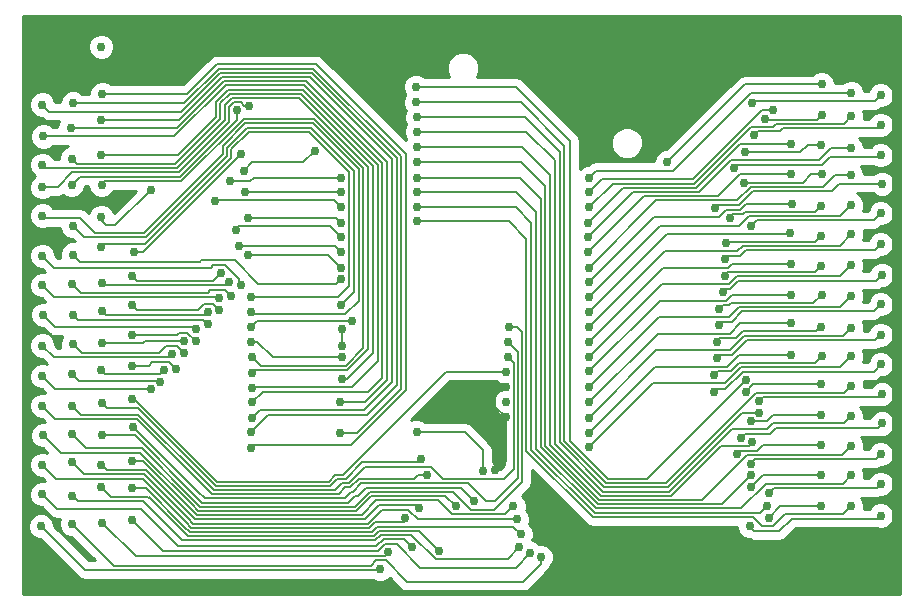
<source format=gbl>
G04 #@! TF.FileFunction,Copper,L2,Bot,Signal*
%FSLAX46Y46*%
G04 Gerber Fmt 4.6, Leading zero omitted, Abs format (unit mm)*
G04 Created by KiCad (PCBNEW 4.0.4-stable) date 07/30/19 10:08:17*
%MOMM*%
%LPD*%
G01*
G04 APERTURE LIST*
%ADD10C,0.150000*%
%ADD11C,0.762000*%
%ADD12C,0.177800*%
%ADD13C,0.254000*%
G04 APERTURE END LIST*
D10*
D11*
X111700000Y-66000000D03*
X97600000Y-68300000D03*
X109200000Y-65300000D03*
X87000000Y-73000000D03*
X106700000Y-65300000D03*
X97600000Y-66900000D03*
X104100000Y-65200000D03*
X87000000Y-71800000D03*
X111700000Y-63500000D03*
X97800000Y-65500000D03*
X109200000Y-62900000D03*
X87000000Y-70500000D03*
X106600000Y-62800000D03*
X97800000Y-64100000D03*
X104100000Y-62500000D03*
X87000000Y-69200000D03*
X111700000Y-60900000D03*
X98000000Y-62700000D03*
X109200000Y-60200000D03*
X87000000Y-67900000D03*
X106700000Y-60100000D03*
X98000000Y-61300000D03*
X104100000Y-60100000D03*
X87000000Y-66600000D03*
X111800000Y-58400000D03*
X98300000Y-59900000D03*
X109200000Y-57600000D03*
X87000000Y-65400000D03*
X106600000Y-57700000D03*
X98500000Y-58500000D03*
X104100000Y-57500000D03*
X87000000Y-64100000D03*
X111700000Y-55800000D03*
X98500000Y-57100000D03*
X109200000Y-55000000D03*
X87000000Y-62800000D03*
X106600000Y-55100000D03*
X98600000Y-55700000D03*
X104000000Y-54900000D03*
X87000000Y-61600000D03*
X100700000Y-54300000D03*
X111700000Y-53200000D03*
X87000000Y-60300000D03*
X109200000Y-52500000D03*
X98900000Y-53600000D03*
X106600000Y-52600000D03*
X87000000Y-59000000D03*
X104200000Y-52400000D03*
X97700000Y-52800000D03*
X111800000Y-50700000D03*
X87000000Y-57800000D03*
X109200000Y-50000000D03*
X100100000Y-50600000D03*
X106700000Y-49900000D03*
X86900000Y-56500000D03*
X104100000Y-49900000D03*
X99300000Y-49400000D03*
X111700000Y-48300000D03*
X86900000Y-55200000D03*
X109200000Y-47700000D03*
X100200000Y-48000000D03*
X106600000Y-47400000D03*
X86900000Y-54000000D03*
X104100000Y-47300000D03*
X101000000Y-46600000D03*
X111700000Y-45700000D03*
X87000000Y-52700000D03*
X109200000Y-45000000D03*
X101900000Y-45200000D03*
X106700000Y-44900000D03*
X87000000Y-51400000D03*
X102600000Y-44500000D03*
X111700000Y-43200000D03*
X100800000Y-43900000D03*
X87000000Y-50200000D03*
X109200000Y-43000000D03*
X93600000Y-48900000D03*
X106700000Y-42300000D03*
X48300000Y-68900000D03*
X79950000Y-66625000D03*
X45800000Y-69300000D03*
X72750000Y-74050000D03*
X80100000Y-65350000D03*
X43200000Y-69500000D03*
X73300000Y-75400000D03*
X40700000Y-69500000D03*
X80125000Y-64075000D03*
X48400000Y-71300000D03*
X77300000Y-77600000D03*
X45800000Y-72000000D03*
X80200000Y-62825000D03*
X43200000Y-71900000D03*
X40800000Y-72000000D03*
X75700000Y-78000000D03*
X48300000Y-74200000D03*
X80600000Y-78000000D03*
X72600000Y-78200000D03*
X45700000Y-74500000D03*
X80900000Y-79100000D03*
X43200000Y-74300000D03*
X71400000Y-79000000D03*
X40700000Y-74500000D03*
X81200000Y-80400000D03*
X48300000Y-76500000D03*
X74300000Y-81800000D03*
X45700000Y-76400000D03*
X81100000Y-81500000D03*
X43200000Y-77100000D03*
X40700000Y-77000000D03*
X72000000Y-81500000D03*
X82000000Y-82000000D03*
X48300000Y-79200000D03*
X70000000Y-81900000D03*
X45800000Y-79400000D03*
X43200000Y-79500000D03*
X82900000Y-82300000D03*
X40600000Y-79700000D03*
X69300000Y-83300000D03*
X100600000Y-79700000D03*
X111700000Y-78800000D03*
X109200000Y-78000000D03*
X72400000Y-53900000D03*
X102200000Y-79000000D03*
X106600000Y-78000000D03*
X102100000Y-78000000D03*
X72400000Y-52700000D03*
X102200000Y-76900000D03*
X111700000Y-76100000D03*
X109200000Y-75400000D03*
X72400000Y-51400000D03*
X100700000Y-76400000D03*
X106600000Y-75400000D03*
X100700000Y-75400000D03*
X72400000Y-50200000D03*
X100700000Y-74400000D03*
X111700000Y-73600000D03*
X109200000Y-72900000D03*
X72400000Y-48900000D03*
X45800000Y-43100000D03*
X58400000Y-73100000D03*
X43300000Y-43900000D03*
X65900000Y-71800000D03*
X40700000Y-44000000D03*
X58400000Y-71700000D03*
X45700000Y-45300000D03*
X58500000Y-70500000D03*
X43100000Y-46000000D03*
X65900000Y-69200000D03*
X40800000Y-46700000D03*
X58500000Y-69200000D03*
X45700000Y-48300000D03*
X58500000Y-68000000D03*
X43200000Y-48600000D03*
X66100000Y-67200000D03*
X40700000Y-49100000D03*
X58500000Y-66700000D03*
X66100000Y-63000000D03*
X66100000Y-64400000D03*
X45720000Y-50800000D03*
X58500000Y-65400000D03*
X43180000Y-50800000D03*
X57200000Y-44500000D03*
X66100000Y-65400000D03*
X58400000Y-64100000D03*
X40700000Y-51000000D03*
X58200000Y-44100000D03*
X66900000Y-62300000D03*
X58400000Y-62800000D03*
X49900000Y-51200000D03*
X45700000Y-53500000D03*
X43300000Y-54300000D03*
X66000000Y-61000000D03*
X40700000Y-53400000D03*
X58400000Y-61600000D03*
X48500000Y-56500000D03*
X57500000Y-48200000D03*
X58400000Y-60300000D03*
X45700000Y-56100000D03*
X66000000Y-58800000D03*
X43300000Y-56700000D03*
X40700000Y-56800000D03*
X57500000Y-59300000D03*
X66000000Y-57800000D03*
X48300000Y-58500000D03*
X55800000Y-58300000D03*
X58100000Y-56700000D03*
X45800000Y-59100000D03*
X56500000Y-59000000D03*
X66000000Y-56500000D03*
X43200000Y-59200000D03*
X56700000Y-60200000D03*
X57400000Y-56000000D03*
X40700000Y-59300000D03*
X55700000Y-60400000D03*
X57100000Y-54600000D03*
X55700000Y-61400000D03*
X66000000Y-55200000D03*
X48300000Y-61000000D03*
X45800000Y-61500000D03*
X54700000Y-61600000D03*
X58100000Y-53600000D03*
X54700000Y-62600000D03*
X66000000Y-54000000D03*
X43300000Y-61800000D03*
X53700000Y-63000000D03*
X40800000Y-61800000D03*
X66000000Y-52700000D03*
X48300000Y-63500000D03*
X53700000Y-64000000D03*
X55300000Y-52200000D03*
X52700000Y-64000000D03*
X45800000Y-64200000D03*
X57900000Y-51400000D03*
X52700000Y-65000000D03*
X66000000Y-51400000D03*
X43300000Y-64300000D03*
X40700000Y-64400000D03*
X51700000Y-65100000D03*
X66000000Y-50200000D03*
X48300000Y-66100000D03*
X52000000Y-66400000D03*
X56600000Y-50500000D03*
X45700000Y-66500000D03*
X51000000Y-66500000D03*
X63800000Y-47900000D03*
X57800000Y-49600000D03*
X50700000Y-67500000D03*
X43200000Y-66800000D03*
X40700000Y-67000000D03*
X49900000Y-68100000D03*
X109925000Y-83500000D03*
X106075000Y-82900000D03*
X111450000Y-37950000D03*
X79075000Y-74975000D03*
X79950000Y-70450000D03*
X79950000Y-67950000D03*
X100700000Y-70800000D03*
X106600000Y-70300000D03*
X101400000Y-70100000D03*
X72450000Y-45075000D03*
X99900000Y-72200000D03*
X111800000Y-71000000D03*
X109200000Y-70400000D03*
X72450000Y-46300000D03*
X72425000Y-47600000D03*
X100800000Y-72600000D03*
X99500000Y-73600000D03*
X106600000Y-72800000D03*
X109200000Y-67800000D03*
X72375000Y-43800000D03*
X101400000Y-69100000D03*
X111800000Y-68500000D03*
X72350000Y-42500000D03*
X100300000Y-67300000D03*
X106600000Y-67700000D03*
X100300000Y-68300000D03*
X72400000Y-71725000D03*
X78050000Y-75000000D03*
X79950000Y-69225000D03*
X45700000Y-39100000D03*
D12*
X111088796Y-66611204D02*
X111700000Y-66000000D01*
X97600000Y-68300000D02*
X97800000Y-68100000D01*
X97800000Y-68100000D02*
X98505796Y-68100000D01*
X98505796Y-68100000D02*
X99994592Y-66611204D01*
X99994592Y-66611204D02*
X111088796Y-66611204D01*
X108244398Y-66255602D02*
X109200000Y-65300000D01*
X99847296Y-66255602D02*
X108244398Y-66255602D01*
X98502898Y-67600000D02*
X99847296Y-66255602D01*
X92400000Y-67600000D02*
X98502898Y-67600000D01*
X87000000Y-73000000D02*
X92400000Y-67600000D01*
X106100000Y-65900000D02*
X106700000Y-65300000D01*
X97600000Y-66900000D02*
X97900000Y-66600000D01*
X97900000Y-66600000D02*
X99000000Y-66600000D01*
X99000000Y-66600000D02*
X99700000Y-65900000D01*
X99700000Y-65900000D02*
X106100000Y-65900000D01*
X99700000Y-65200000D02*
X104100000Y-65200000D01*
X98700000Y-66200000D02*
X99700000Y-65200000D01*
X92600000Y-66200000D02*
X98700000Y-66200000D01*
X87000000Y-71800000D02*
X92600000Y-66200000D01*
X111244398Y-63955602D02*
X111700000Y-63500000D01*
X97800000Y-65500000D02*
X98100000Y-65200000D01*
X98100000Y-65200000D02*
X99100000Y-65200000D01*
X99100000Y-65200000D02*
X100344398Y-63955602D01*
X100344398Y-63955602D02*
X111244398Y-63955602D01*
X100102898Y-63600000D02*
X108500000Y-63600000D01*
X108500000Y-63600000D02*
X109200000Y-62900000D01*
X98902898Y-64800000D02*
X92700000Y-64800000D01*
X98902898Y-64800000D02*
X100102898Y-63600000D01*
X87000000Y-70500000D02*
X92700000Y-64800000D01*
X106200000Y-63200000D02*
X106600000Y-62800000D01*
X97800000Y-64100000D02*
X98100000Y-63800000D01*
X98100000Y-63800000D02*
X99400000Y-63800000D01*
X99400000Y-63800000D02*
X100000000Y-63200000D01*
X100000000Y-63200000D02*
X106200000Y-63200000D01*
X99800000Y-62500000D02*
X104100000Y-62500000D01*
X98900000Y-63400000D02*
X99800000Y-62500000D01*
X92800000Y-63400000D02*
X98900000Y-63400000D01*
X87000000Y-69200000D02*
X92800000Y-63400000D01*
X111088796Y-61511204D02*
X111700000Y-60900000D01*
X98000000Y-62700000D02*
X98300000Y-62400000D01*
X98300000Y-62400000D02*
X99100000Y-62400000D01*
X99100000Y-62400000D02*
X99988796Y-61511204D01*
X99988796Y-61511204D02*
X111088796Y-61511204D01*
X99700000Y-61155602D02*
X108244398Y-61155602D01*
X108244398Y-61155602D02*
X109200000Y-60200000D01*
X92900000Y-62000000D02*
X98855602Y-62000000D01*
X98855602Y-62000000D02*
X99700000Y-61155602D01*
X87000000Y-67900000D02*
X92900000Y-62000000D01*
X106000000Y-60800000D02*
X106700000Y-60100000D01*
X98000000Y-61300000D02*
X98300000Y-61000000D01*
X98300000Y-61000000D02*
X98855602Y-61000000D01*
X98855602Y-61000000D02*
X99055602Y-60800000D01*
X99055602Y-60800000D02*
X106000000Y-60800000D01*
X99100000Y-60100000D02*
X104100000Y-60100000D01*
X98600000Y-60600000D02*
X99100000Y-60100000D01*
X93000000Y-60600000D02*
X98600000Y-60600000D01*
X87000000Y-66600000D02*
X93000000Y-60600000D01*
X111288796Y-58911204D02*
X111800000Y-58400000D01*
X98300000Y-59900000D02*
X98600000Y-59600000D01*
X98600000Y-59600000D02*
X98958500Y-59600000D01*
X98958500Y-59600000D02*
X99647296Y-58911204D01*
X99647296Y-58911204D02*
X111288796Y-58911204D01*
X108244398Y-58555602D02*
X109200000Y-57600000D01*
X99500000Y-58555602D02*
X108244398Y-58555602D01*
X98855602Y-59200000D02*
X99500000Y-58555602D01*
X93200000Y-59200000D02*
X98855602Y-59200000D01*
X87000000Y-65400000D02*
X93200000Y-59200000D01*
X106100000Y-58200000D02*
X106600000Y-57700000D01*
X98500000Y-58500000D02*
X98800000Y-58200000D01*
X98800000Y-58200000D02*
X106100000Y-58200000D01*
X98802898Y-57800000D02*
X99102898Y-57500000D01*
X99102898Y-57500000D02*
X104100000Y-57500000D01*
X93300000Y-57800000D02*
X98802898Y-57800000D01*
X87000000Y-64100000D02*
X93300000Y-57800000D01*
X111188796Y-56311204D02*
X111700000Y-55800000D01*
X98500000Y-57100000D02*
X98800000Y-56800000D01*
X98800000Y-56800000D02*
X99800000Y-56800000D01*
X99800000Y-56800000D02*
X100288796Y-56311204D01*
X100288796Y-56311204D02*
X111188796Y-56311204D01*
X100000000Y-55955602D02*
X108244398Y-55955602D01*
X108244398Y-55955602D02*
X109200000Y-55000000D01*
X93400000Y-56400000D02*
X99555602Y-56400000D01*
X99555602Y-56400000D02*
X100000000Y-55955602D01*
X87000000Y-62800000D02*
X93400000Y-56400000D01*
X106100000Y-55600000D02*
X106600000Y-55100000D01*
X98600000Y-55700000D02*
X98700000Y-55600000D01*
X98700000Y-55600000D02*
X106100000Y-55600000D01*
X103900000Y-55000000D02*
X104000000Y-54900000D01*
X93600000Y-55000000D02*
X103900000Y-55000000D01*
X87000000Y-61600000D02*
X93600000Y-55000000D01*
X100700000Y-54300000D02*
X101188796Y-53811204D01*
X101188796Y-53811204D02*
X111088796Y-53811204D01*
X111088796Y-53811204D02*
X111700000Y-53200000D01*
X87000000Y-60300000D02*
X93000000Y-54300000D01*
X93000000Y-54300000D02*
X99655602Y-54300000D01*
X99655602Y-54300000D02*
X100500000Y-53455602D01*
X108244398Y-53455602D02*
X109200000Y-52500000D01*
X100500000Y-53455602D02*
X108244398Y-53455602D01*
X98900000Y-53600000D02*
X99200000Y-53300000D01*
X99200000Y-53300000D02*
X100000000Y-53300000D01*
X100000000Y-53300000D02*
X100200000Y-53100000D01*
X100200000Y-53100000D02*
X106100000Y-53100000D01*
X106100000Y-53100000D02*
X106600000Y-52600000D01*
X87000000Y-59000000D02*
X92500000Y-53500000D01*
X92500000Y-53500000D02*
X98000000Y-53500000D01*
X98000000Y-53500000D02*
X98600000Y-52900000D01*
X100302898Y-52400000D02*
X104200000Y-52400000D01*
X99802898Y-52900000D02*
X100302898Y-52400000D01*
X98600000Y-52900000D02*
X99802898Y-52900000D01*
X97700000Y-52800000D02*
X98000000Y-52500000D01*
X98000000Y-52500000D02*
X99700000Y-52500000D01*
X99700000Y-52500000D02*
X100888796Y-51311204D01*
X100888796Y-51311204D02*
X107588796Y-51311204D01*
X107588796Y-51311204D02*
X108200000Y-50700000D01*
X108200000Y-50700000D02*
X111800000Y-50700000D01*
X87000000Y-57800000D02*
X92677592Y-52122408D01*
X92677592Y-52122408D02*
X92700000Y-52122408D01*
X92700000Y-52122408D02*
X99533194Y-52122408D01*
X99533194Y-52122408D02*
X100700000Y-50955602D01*
X107800000Y-50000000D02*
X109200000Y-50000000D01*
X106844398Y-50955602D02*
X107800000Y-50000000D01*
X100700000Y-50955602D02*
X106844398Y-50955602D01*
X100100000Y-50600000D02*
X105100000Y-50600000D01*
X105100000Y-50600000D02*
X105800000Y-49900000D01*
X105800000Y-49900000D02*
X106700000Y-49900000D01*
X91633194Y-51766806D02*
X91700000Y-51766806D01*
X86900000Y-56500000D02*
X91633194Y-51766806D01*
X91700000Y-51766806D02*
X97933194Y-51766806D01*
X97933194Y-51766806D02*
X99800000Y-49900000D01*
X99800000Y-49900000D02*
X104100000Y-49900000D01*
X99300000Y-49400000D02*
X99600000Y-49100000D01*
X99600000Y-49100000D02*
X106700000Y-49100000D01*
X106700000Y-49100000D02*
X107400000Y-48400000D01*
X107400000Y-48400000D02*
X111600000Y-48400000D01*
X111600000Y-48400000D02*
X111700000Y-48300000D01*
X90688796Y-51411204D02*
X90700000Y-51411204D01*
X86900000Y-55200000D02*
X90688796Y-51411204D01*
X90700000Y-51411204D02*
X96288796Y-51411204D01*
X96288796Y-51411204D02*
X99000000Y-48700000D01*
X99000000Y-48700000D02*
X106500000Y-48700000D01*
X107500000Y-47700000D02*
X109200000Y-47700000D01*
X106500000Y-48700000D02*
X107500000Y-47700000D01*
X105500000Y-47400000D02*
X106600000Y-47400000D01*
X104900000Y-48000000D02*
X105500000Y-47400000D01*
X100200000Y-48000000D02*
X104900000Y-48000000D01*
X89844398Y-51055602D02*
X89900000Y-51055602D01*
X86900000Y-54000000D02*
X89844398Y-51055602D01*
X89900000Y-51055602D02*
X96050194Y-51055602D01*
X96050194Y-51055602D02*
X99805796Y-47300000D01*
X99805796Y-47300000D02*
X104100000Y-47300000D01*
X101344398Y-46255602D02*
X103144398Y-46255602D01*
X101000000Y-46600000D02*
X101344398Y-46255602D01*
X111388796Y-46011204D02*
X111700000Y-45700000D01*
X103388796Y-46011204D02*
X111388796Y-46011204D01*
X103144398Y-46255602D02*
X103388796Y-46011204D01*
X87000000Y-52700000D02*
X89000000Y-50700000D01*
X89000000Y-50700000D02*
X95902898Y-50700000D01*
X95902898Y-50700000D02*
X100702898Y-45900000D01*
X100702898Y-45900000D02*
X102555602Y-45900000D01*
X108544398Y-45655602D02*
X109200000Y-45000000D01*
X102800000Y-45655602D02*
X108544398Y-45655602D01*
X102555602Y-45900000D02*
X102800000Y-45655602D01*
X101900000Y-45200000D02*
X102000000Y-45300000D01*
X102000000Y-45300000D02*
X106300000Y-45300000D01*
X106300000Y-45300000D02*
X106700000Y-44900000D01*
X87000000Y-51400000D02*
X88100000Y-50300000D01*
X88100000Y-50300000D02*
X95800000Y-50300000D01*
X95800000Y-50300000D02*
X101600000Y-44500000D01*
X101600000Y-44500000D02*
X102600000Y-44500000D01*
X111200000Y-43700000D02*
X111700000Y-43200000D01*
X101000000Y-43700000D02*
X111200000Y-43700000D01*
X100800000Y-43900000D02*
X101000000Y-43700000D01*
X87000000Y-50200000D02*
X87600000Y-49600000D01*
X87600000Y-49600000D02*
X94100000Y-49600000D01*
X94100000Y-49600000D02*
X100700000Y-43000000D01*
X100700000Y-43000000D02*
X109200000Y-43000000D01*
X93600000Y-48900000D02*
X100200000Y-42300000D01*
X100200000Y-42300000D02*
X106700000Y-42300000D01*
X79950000Y-66625000D02*
X74875000Y-66625000D01*
X65519092Y-75355184D02*
X64952704Y-75921572D01*
X66144816Y-75355184D02*
X65519092Y-75355184D01*
X69300000Y-72200000D02*
X66144816Y-75355184D01*
X64952704Y-75921572D02*
X55530266Y-75921572D01*
X48508694Y-68900000D02*
X48300000Y-68900000D01*
X55530266Y-75921572D02*
X48508694Y-68900000D01*
X74875000Y-66625000D02*
X69300000Y-72200000D01*
X71250000Y-74300000D02*
X67800000Y-74300000D01*
X67800000Y-74300000D02*
X66389214Y-75710786D01*
X66389214Y-75710786D02*
X65800000Y-75710786D01*
X65800000Y-75710786D02*
X65666388Y-75710786D01*
X65100000Y-76277174D02*
X55382970Y-76277174D01*
X65666388Y-75710786D02*
X65100000Y-76277174D01*
X46200000Y-69700000D02*
X45800000Y-69300000D01*
X48805796Y-69700000D02*
X46200000Y-69700000D01*
X54816582Y-75710786D02*
X48805796Y-69700000D01*
X55382970Y-76277174D02*
X54816582Y-75710786D01*
X72500000Y-74300000D02*
X72750000Y-74050000D01*
X71250000Y-74300000D02*
X72500000Y-74300000D01*
X79775000Y-75700000D02*
X78000000Y-75700000D01*
X80619398Y-74855602D02*
X79775000Y-75700000D01*
X80619398Y-65869398D02*
X80619398Y-74855602D01*
X80100000Y-65350000D02*
X80619398Y-65869398D01*
X74600000Y-75700000D02*
X73600000Y-74700000D01*
X78000000Y-75700000D02*
X74600000Y-75700000D01*
X68000000Y-74700000D02*
X66633612Y-76066388D01*
X73600000Y-74700000D02*
X68000000Y-74700000D01*
X66100000Y-76066388D02*
X66066388Y-76066388D01*
X66066388Y-76066388D02*
X65500000Y-76632776D01*
X66633612Y-76066388D02*
X66100000Y-76066388D01*
X55235674Y-76632776D02*
X54669286Y-76066388D01*
X65500000Y-76632776D02*
X55235674Y-76632776D01*
X54669286Y-76066388D02*
X48847296Y-70244398D01*
X48847296Y-70244398D02*
X43944398Y-70244398D01*
X43944398Y-70244398D02*
X43200000Y-69500000D01*
X73300000Y-75400000D02*
X72500000Y-75400000D01*
X72500000Y-75400000D02*
X72200000Y-75700000D01*
X67521990Y-75700000D02*
X66800000Y-76421990D01*
X72200000Y-75700000D02*
X67521990Y-75700000D01*
X66500000Y-76421990D02*
X66366388Y-76421990D01*
X55088378Y-76988378D02*
X54521990Y-76421990D01*
X65800000Y-76988378D02*
X55088378Y-76988378D01*
X66366388Y-76421990D02*
X65800000Y-76988378D01*
X54521990Y-76421990D02*
X48700000Y-70600000D01*
X48700000Y-70600000D02*
X41800000Y-70600000D01*
X41800000Y-70600000D02*
X40700000Y-69500000D01*
X66800000Y-76421990D02*
X66500000Y-76421990D01*
X79025000Y-77600000D02*
X78300000Y-77600000D01*
X80975000Y-75650000D02*
X79025000Y-77600000D01*
X80975000Y-64925000D02*
X80975000Y-75650000D01*
X80125000Y-64075000D02*
X80975000Y-64925000D01*
X78300000Y-77600000D02*
X76777592Y-76077592D01*
X76777592Y-76077592D02*
X67722408Y-76077592D01*
X67722408Y-76077592D02*
X67022408Y-76777592D01*
X67022408Y-76777592D02*
X66900000Y-76777592D01*
X66866388Y-76777592D02*
X66300000Y-77343980D01*
X66900000Y-76777592D02*
X66866388Y-76777592D01*
X53877592Y-76777592D02*
X48400000Y-71300000D01*
X66300000Y-77343980D02*
X54443980Y-77343980D01*
X54443980Y-77343980D02*
X53877592Y-76777592D01*
X77300000Y-77600000D02*
X76133194Y-76433194D01*
X76133194Y-76433194D02*
X68100000Y-76433194D01*
X67400000Y-77133194D02*
X67300000Y-77133194D01*
X48523184Y-72000000D02*
X45800000Y-72000000D01*
X53656378Y-77133194D02*
X48523184Y-72000000D01*
X67166388Y-77133194D02*
X66600000Y-77699582D01*
X66600000Y-77699582D02*
X54222766Y-77699582D01*
X54222766Y-77699582D02*
X53656378Y-77133194D01*
X67300000Y-77133194D02*
X67166388Y-77133194D01*
X68100000Y-76433194D02*
X67400000Y-77133194D01*
X80200000Y-62825000D02*
X80893980Y-62825000D01*
X81343980Y-75956020D02*
X79300000Y-78000000D01*
X81343980Y-63275000D02*
X81343980Y-75956020D01*
X80893980Y-62825000D02*
X81343980Y-63275000D01*
X67100000Y-78055184D02*
X67144816Y-78055184D01*
X78955602Y-78344398D02*
X79300000Y-78000000D01*
X77044398Y-78344398D02*
X78955602Y-78344398D01*
X75300000Y-76788796D02*
X75488796Y-76788796D01*
X75488796Y-76788796D02*
X77044398Y-78344398D01*
X75300000Y-76788796D02*
X68411204Y-76788796D01*
X67144816Y-78055184D02*
X68411204Y-76788796D01*
X54075470Y-78055184D02*
X53509082Y-77488796D01*
X67100000Y-78055184D02*
X54075470Y-78055184D01*
X53509082Y-77488796D02*
X49120286Y-73100000D01*
X49120286Y-73100000D02*
X44400000Y-73100000D01*
X44400000Y-73100000D02*
X43200000Y-71900000D01*
X49017388Y-73500000D02*
X42300000Y-73500000D01*
X42300000Y-73500000D02*
X40800000Y-72000000D01*
X67292112Y-78410786D02*
X53928174Y-78410786D01*
X53361786Y-77844398D02*
X49017388Y-73500000D01*
X53928174Y-78410786D02*
X53361786Y-77844398D01*
X68900000Y-77144398D02*
X68558500Y-77144398D01*
X68558500Y-77144398D02*
X67292112Y-78410786D01*
X75700000Y-78000000D02*
X74844398Y-77144398D01*
X74844398Y-77144398D02*
X68900000Y-77144398D01*
X69200000Y-77500000D02*
X69000000Y-77500000D01*
X53780878Y-78766388D02*
X53214490Y-78200000D01*
X67733612Y-78766388D02*
X53928174Y-78766388D01*
X49214490Y-74200000D02*
X48300000Y-74200000D01*
X53214490Y-78200000D02*
X49214490Y-74200000D01*
X53928174Y-78766388D02*
X53780878Y-78766388D01*
X69000000Y-77500000D02*
X67733612Y-78766388D01*
X75400000Y-78700000D02*
X74200000Y-77500000D01*
X74200000Y-77500000D02*
X69200000Y-77500000D01*
X79900000Y-78700000D02*
X80600000Y-78000000D01*
X79900000Y-78700000D02*
X75400000Y-78700000D01*
X69210995Y-77910995D02*
X68000000Y-79121990D01*
X46144398Y-74944398D02*
X45700000Y-74500000D01*
X49455990Y-74944398D02*
X46144398Y-74944398D01*
X53111592Y-78600000D02*
X49455990Y-74944398D01*
X68000000Y-79121990D02*
X53633582Y-79121990D01*
X53633582Y-79121990D02*
X53111592Y-78600000D01*
X72310995Y-77910995D02*
X72600000Y-78200000D01*
X69210995Y-77910995D02*
X72310995Y-77910995D01*
X69221990Y-77900000D02*
X69210995Y-77910995D01*
X72500000Y-78100000D02*
X72500000Y-78000000D01*
X72600000Y-78200000D02*
X72500000Y-78100000D01*
X73800000Y-79100000D02*
X72500000Y-79100000D01*
X80900000Y-79100000D02*
X73800000Y-79100000D01*
X72500000Y-79100000D02*
X71700000Y-78300000D01*
X71700000Y-78300000D02*
X69800000Y-78300000D01*
X69800000Y-78300000D02*
X69430296Y-78300000D01*
X68252704Y-79477592D02*
X53486286Y-79477592D01*
X69430296Y-78300000D02*
X68252704Y-79477592D01*
X53486286Y-79477592D02*
X53030684Y-79021990D01*
X53030684Y-79021990D02*
X49308694Y-75300000D01*
X49308694Y-75300000D02*
X44200000Y-75300000D01*
X44200000Y-75300000D02*
X43200000Y-74300000D01*
X71300000Y-79100000D02*
X71300000Y-79377592D01*
X71400000Y-79000000D02*
X71300000Y-79100000D01*
X69000000Y-79377592D02*
X68855602Y-79377592D01*
X71300000Y-79377592D02*
X69000000Y-79377592D01*
X68855602Y-79377592D02*
X68400000Y-79833194D01*
X68400000Y-79833194D02*
X53338990Y-79833194D01*
X53338990Y-79833194D02*
X52883388Y-79377592D01*
X52883388Y-79377592D02*
X49205796Y-75700000D01*
X49205796Y-75700000D02*
X41900000Y-75700000D01*
X41900000Y-75700000D02*
X40700000Y-74500000D01*
X81200000Y-80400000D02*
X80533194Y-79733194D01*
X69100000Y-79733194D02*
X69055602Y-79733194D01*
X69055602Y-79733194D02*
X68600000Y-80188796D01*
X80533194Y-79733194D02*
X69100000Y-79733194D01*
X68600000Y-80188796D02*
X53191694Y-80188796D01*
X53191694Y-80188796D02*
X52736092Y-79733194D01*
X52736092Y-79733194D02*
X49502898Y-76500000D01*
X49502898Y-76500000D02*
X48300000Y-76500000D01*
X72588796Y-80088796D02*
X69300000Y-80088796D01*
X74300000Y-81800000D02*
X72588796Y-80088796D01*
X69300000Y-80088796D02*
X69208306Y-80088796D01*
X69208306Y-80088796D02*
X68752704Y-80544398D01*
X68752704Y-80544398D02*
X53044398Y-80544398D01*
X53044398Y-80544398D02*
X52588796Y-80088796D01*
X45700000Y-76400000D02*
X46500000Y-77200000D01*
X49700000Y-77300000D02*
X49700000Y-77200000D01*
X49600000Y-77200000D02*
X49700000Y-77300000D01*
X46500000Y-77200000D02*
X49600000Y-77200000D01*
X52588796Y-80088796D02*
X49700000Y-77200000D01*
X81100000Y-81500000D02*
X80100000Y-82500000D01*
X80100000Y-82500000D02*
X74000000Y-82500000D01*
X74000000Y-82500000D02*
X71944398Y-80444398D01*
X71944398Y-80444398D02*
X69355602Y-80444398D01*
X69355602Y-80444398D02*
X68900000Y-80900000D01*
X68900000Y-80900000D02*
X52500000Y-80900000D01*
X52500000Y-80900000D02*
X49200000Y-77600000D01*
X49200000Y-77600000D02*
X43700000Y-77600000D01*
X43700000Y-77600000D02*
X43200000Y-77100000D01*
X41960000Y-78260000D02*
X40700000Y-77000000D01*
X49060000Y-78260000D02*
X41960000Y-78260000D01*
X52200000Y-81400000D02*
X49060000Y-78260000D01*
X68997102Y-81400000D02*
X52200000Y-81400000D01*
X69597102Y-80800000D02*
X68997102Y-81400000D01*
X71300000Y-80800000D02*
X69597102Y-80800000D01*
X72000000Y-81500000D02*
X71300000Y-80800000D01*
X82000000Y-82000000D02*
X80800000Y-83200000D01*
X80800000Y-83200000D02*
X72700000Y-83200000D01*
X72700000Y-83200000D02*
X70700000Y-81200000D01*
X70700000Y-81200000D02*
X69700000Y-81200000D01*
X69700000Y-81200000D02*
X69100000Y-81800000D01*
X69100000Y-81800000D02*
X50900000Y-81800000D01*
X50900000Y-81800000D02*
X48300000Y-79200000D01*
X70000000Y-81900000D02*
X69700000Y-82200000D01*
X69700000Y-82200000D02*
X48600000Y-82200000D01*
X48600000Y-82200000D02*
X45800000Y-79400000D01*
X46300000Y-82600000D02*
X43200000Y-79500000D01*
X46744398Y-83044398D02*
X46300000Y-82600000D01*
X68500000Y-83044398D02*
X46744398Y-83044398D01*
X68944398Y-82600000D02*
X68500000Y-83044398D01*
X69700000Y-82600000D02*
X68944398Y-82600000D01*
X69800000Y-82600000D02*
X71600000Y-84400000D01*
X71600000Y-84400000D02*
X81400000Y-84400000D01*
X69700000Y-82600000D02*
X69800000Y-82600000D01*
X82900000Y-82900000D02*
X81400000Y-84400000D01*
X82900000Y-82300000D02*
X82900000Y-82900000D01*
X44300000Y-83400000D02*
X40600000Y-79700000D01*
X69200000Y-83400000D02*
X44300000Y-83400000D01*
X69300000Y-83300000D02*
X69200000Y-83400000D01*
X100600000Y-79700000D02*
X101000000Y-80100000D01*
X101000000Y-80100000D02*
X103100000Y-80100000D01*
X103100000Y-80100000D02*
X104144398Y-79055602D01*
X104144398Y-79055602D02*
X111444398Y-79055602D01*
X111444398Y-79055602D02*
X111700000Y-78800000D01*
X81699582Y-62325000D02*
X81699582Y-55374582D01*
X80225000Y-53900000D02*
X72400000Y-53900000D01*
X81699582Y-55374582D02*
X80225000Y-53900000D01*
X81699582Y-62299582D02*
X81699582Y-62325000D01*
X81699582Y-62325000D02*
X81699582Y-73325664D01*
X81699582Y-73325664D02*
X87329520Y-78955602D01*
X87329520Y-78955602D02*
X100855602Y-78955602D01*
X100855602Y-78955602D02*
X101600000Y-79700000D01*
X101600000Y-79700000D02*
X102600000Y-79700000D01*
X102600000Y-79700000D02*
X103600000Y-78700000D01*
X108500000Y-78700000D02*
X109200000Y-78000000D01*
X103600000Y-78700000D02*
X108500000Y-78700000D01*
X72511204Y-54011204D02*
X72400000Y-53900000D01*
X102200000Y-79000000D02*
X103200000Y-78000000D01*
X103200000Y-78000000D02*
X106600000Y-78000000D01*
X82100000Y-60600000D02*
X82100000Y-54000000D01*
X80800000Y-52700000D02*
X72400000Y-52700000D01*
X82100000Y-54000000D02*
X80800000Y-52700000D01*
X82100000Y-60544816D02*
X82100000Y-60600000D01*
X82100000Y-60600000D02*
X82100000Y-73223184D01*
X82100000Y-73223184D02*
X87476816Y-78600000D01*
X87476816Y-78600000D02*
X101500000Y-78600000D01*
X101500000Y-78600000D02*
X102100000Y-78000000D01*
X72433403Y-52733403D02*
X72400000Y-52700000D01*
X102200000Y-76900000D02*
X102644398Y-76455602D01*
X102644398Y-76455602D02*
X111344398Y-76455602D01*
X111344398Y-76455602D02*
X111700000Y-76100000D01*
X82500000Y-59089214D02*
X82500000Y-53125000D01*
X102000000Y-76100000D02*
X108500000Y-76100000D01*
X108500000Y-76100000D02*
X109200000Y-75400000D01*
X99900000Y-78200000D02*
X102000000Y-76100000D01*
X87579714Y-78200000D02*
X99900000Y-78200000D01*
X82500000Y-73120286D02*
X87579714Y-78200000D01*
X82500000Y-59089214D02*
X82500000Y-73120286D01*
X80775000Y-51400000D02*
X72400000Y-51400000D01*
X82500000Y-53125000D02*
X80775000Y-51400000D01*
X72405602Y-51405602D02*
X72400000Y-51400000D01*
X100700000Y-76400000D02*
X101700000Y-75400000D01*
X101700000Y-75400000D02*
X106600000Y-75400000D01*
X82900000Y-57700000D02*
X82900000Y-51975000D01*
X98266388Y-77833612D02*
X100700000Y-75400000D01*
X87716224Y-77833612D02*
X98266388Y-77833612D01*
X82900000Y-73017388D02*
X87716224Y-77833612D01*
X82900000Y-57700000D02*
X82900000Y-73017388D01*
X81125000Y-50200000D02*
X72400000Y-50200000D01*
X82900000Y-51975000D02*
X81125000Y-50200000D01*
X72500000Y-50100000D02*
X72400000Y-50200000D01*
X72400000Y-50200000D02*
X72472199Y-50127801D01*
X100700000Y-74400000D02*
X101088796Y-74011204D01*
X101088796Y-74011204D02*
X111288796Y-74011204D01*
X111288796Y-74011204D02*
X111700000Y-73600000D01*
X83300000Y-56900000D02*
X83300000Y-50925000D01*
X100400000Y-73655602D02*
X108444398Y-73655602D01*
X108444398Y-73655602D02*
X109200000Y-72900000D01*
X96577592Y-77478010D02*
X100400000Y-73655602D01*
X87863520Y-77478010D02*
X96577592Y-77478010D01*
X83300000Y-72914490D02*
X87863520Y-77478010D01*
X83300000Y-56900000D02*
X83300000Y-72914490D01*
X81275000Y-48900000D02*
X72400000Y-48900000D01*
X83300000Y-50925000D02*
X81275000Y-48900000D01*
X71500000Y-48200000D02*
X63899582Y-40599582D01*
X63899582Y-40599582D02*
X55485928Y-40599582D01*
X55485928Y-40599582D02*
X52985510Y-43100000D01*
X52985510Y-43100000D02*
X45800000Y-43100000D01*
X66826082Y-72800000D02*
X71500000Y-68126082D01*
X71500000Y-68126082D02*
X71500000Y-48200000D01*
X58700000Y-72800000D02*
X66826082Y-72800000D01*
X58400000Y-73100000D02*
X58700000Y-72800000D01*
X71055602Y-48349806D02*
X63660980Y-40955184D01*
X63660980Y-40955184D02*
X55633224Y-40955184D01*
X55633224Y-40955184D02*
X52688408Y-43900000D01*
X52688408Y-43900000D02*
X43300000Y-43900000D01*
X67323184Y-71800000D02*
X71055602Y-68067582D01*
X71055602Y-68067582D02*
X71055602Y-48349806D01*
X67200000Y-71800000D02*
X65900000Y-71800000D01*
X67200000Y-71800000D02*
X67323184Y-71800000D01*
X52491306Y-44600000D02*
X41300000Y-44600000D01*
X41300000Y-44600000D02*
X40700000Y-44000000D01*
X68164684Y-70255602D02*
X70700000Y-67720286D01*
X70700000Y-67720286D02*
X70700000Y-48497102D01*
X70700000Y-48497102D02*
X63513684Y-41310786D01*
X63513684Y-41310786D02*
X55780520Y-41310786D01*
X55780520Y-41310786D02*
X52491306Y-44600000D01*
X59844398Y-70255602D02*
X68164684Y-70255602D01*
X58400000Y-71700000D02*
X59844398Y-70255602D01*
X55927816Y-41666388D02*
X52294204Y-45300000D01*
X52294204Y-45300000D02*
X45700000Y-45300000D01*
X67917388Y-69900000D02*
X70300000Y-67517388D01*
X70300000Y-67517388D02*
X70300000Y-48600000D01*
X70300000Y-48600000D02*
X63366388Y-41666388D01*
X63366388Y-41666388D02*
X55927816Y-41666388D01*
X59100000Y-69900000D02*
X67917388Y-69900000D01*
X58500000Y-70500000D02*
X59100000Y-69900000D01*
X56075112Y-42021990D02*
X52097102Y-46000000D01*
X52097102Y-46000000D02*
X43100000Y-46000000D01*
X69900000Y-67300000D02*
X69900000Y-48876816D01*
X69900000Y-67300000D02*
X68000000Y-69200000D01*
X69900000Y-48876816D02*
X63045174Y-42021990D01*
X63045174Y-42021990D02*
X56075112Y-42021990D01*
X68000000Y-69200000D02*
X65900000Y-69200000D01*
X51900000Y-46700000D02*
X40800000Y-46700000D01*
X69500000Y-67111592D02*
X69500000Y-48979714D01*
X68310990Y-68300602D02*
X59399398Y-68300602D01*
X68310990Y-68300602D02*
X69500000Y-67111592D01*
X69500000Y-48979714D02*
X62897878Y-42377592D01*
X62897878Y-42377592D02*
X56222408Y-42377592D01*
X56222408Y-42377592D02*
X51900000Y-46700000D01*
X58500000Y-69200000D02*
X59399398Y-68300602D01*
X52176816Y-48300000D02*
X45700000Y-48300000D01*
X55400000Y-45076816D02*
X52176816Y-48300000D01*
X55400000Y-43791306D02*
X55400000Y-45076816D01*
X56458112Y-42733194D02*
X55400000Y-43791306D01*
X62750582Y-42733194D02*
X56458112Y-42733194D01*
X58500000Y-68000000D02*
X58555000Y-67945000D01*
X58555000Y-67945000D02*
X66908510Y-67945000D01*
X69100000Y-65753510D02*
X69100000Y-49082612D01*
X69100000Y-65753510D02*
X66908510Y-67945000D01*
X69100000Y-49082612D02*
X62750582Y-42733194D01*
X68700000Y-65000000D02*
X68700000Y-49185510D01*
X62600000Y-43088796D02*
X62603286Y-43088796D01*
X62603286Y-43088796D02*
X68700000Y-49185510D01*
X43633194Y-49033194D02*
X43200000Y-48600000D01*
X51946520Y-49033194D02*
X43633194Y-49033194D01*
X55788796Y-45190918D02*
X51946520Y-49033194D01*
X55788796Y-43905408D02*
X55788796Y-45190918D01*
X56605408Y-43088796D02*
X55788796Y-43905408D01*
X62600000Y-43088796D02*
X56605408Y-43088796D01*
X68700000Y-65000000D02*
X66500000Y-67200000D01*
X66500000Y-67200000D02*
X66100000Y-67200000D01*
X68300000Y-64702898D02*
X66502898Y-66500000D01*
X40988796Y-49388796D02*
X40700000Y-49100000D01*
X52093816Y-49388796D02*
X40988796Y-49388796D01*
X56144398Y-45338214D02*
X52093816Y-49388796D01*
X56144398Y-44052704D02*
X56144398Y-45338214D01*
X56752704Y-43444398D02*
X56144398Y-44052704D01*
X62455990Y-43444398D02*
X56752704Y-43444398D01*
X68300000Y-49288408D02*
X62455990Y-43444398D01*
X68300000Y-64702898D02*
X68300000Y-49288408D01*
X58700000Y-66500000D02*
X66502898Y-66500000D01*
X58500000Y-66700000D02*
X58700000Y-66500000D01*
X66100000Y-63000000D02*
X66100000Y-64400000D01*
X63741888Y-45233194D02*
X67900000Y-49391306D01*
X57758112Y-45233194D02*
X63741888Y-45233194D01*
X52491306Y-50500000D02*
X57758112Y-45233194D01*
X46020000Y-50500000D02*
X52491306Y-50500000D01*
X46020000Y-50500000D02*
X45720000Y-50800000D01*
X67900000Y-64600000D02*
X66400000Y-66100000D01*
X67900000Y-64600000D02*
X67900000Y-49391306D01*
X59200000Y-66100000D02*
X66400000Y-66100000D01*
X58500000Y-65400000D02*
X59200000Y-66100000D01*
X52388408Y-50100000D02*
X57200000Y-45288408D01*
X43880000Y-50100000D02*
X52388408Y-50100000D01*
X43180000Y-50800000D02*
X43880000Y-50100000D01*
X57200000Y-45288408D02*
X57200000Y-44500000D01*
X66100000Y-65400000D02*
X60200000Y-65400000D01*
X60200000Y-65400000D02*
X58900000Y-64100000D01*
X58900000Y-64100000D02*
X58400000Y-64100000D01*
X57800000Y-44100000D02*
X57500000Y-43800000D01*
X57500000Y-43800000D02*
X56900000Y-43800000D01*
X56900000Y-43800000D02*
X56500000Y-44200000D01*
X56500000Y-44200000D02*
X56500000Y-45485510D01*
X56500000Y-45485510D02*
X52241112Y-49744398D01*
X52241112Y-49744398D02*
X43255602Y-49744398D01*
X43255602Y-49744398D02*
X42000000Y-51000000D01*
X42000000Y-51000000D02*
X40700000Y-51000000D01*
X58200000Y-44100000D02*
X57800000Y-44100000D01*
X66900000Y-62300000D02*
X58900000Y-62300000D01*
X58900000Y-62300000D02*
X58400000Y-62800000D01*
X46900000Y-54200000D02*
X46100000Y-54200000D01*
X49900000Y-51200000D02*
X46900000Y-54200000D01*
X46100000Y-54200000D02*
X45700000Y-53800000D01*
X45700000Y-53800000D02*
X45700000Y-53500000D01*
X67100000Y-49597102D02*
X67100000Y-59900000D01*
X44200000Y-55200000D02*
X43300000Y-54300000D01*
X49494204Y-55200000D02*
X44200000Y-55200000D01*
X56342949Y-48351255D02*
X49494204Y-55200000D01*
X56342949Y-47654153D02*
X56342949Y-48351255D01*
X58052704Y-45944398D02*
X56342949Y-47654153D01*
X63447296Y-45944398D02*
X58052704Y-45944398D01*
X67100000Y-49597102D02*
X63447296Y-45944398D01*
X67100000Y-59900000D02*
X66000000Y-61000000D01*
X40900000Y-53600000D02*
X40700000Y-53400000D01*
X43900000Y-53600000D02*
X40900000Y-53600000D01*
X45144398Y-54844398D02*
X43900000Y-53600000D01*
X58550000Y-61750000D02*
X66350000Y-61750000D01*
X58400000Y-61600000D02*
X58550000Y-61750000D01*
X46800000Y-54844398D02*
X45144398Y-54844398D01*
X66350000Y-61750000D02*
X67500000Y-60600000D01*
X67500000Y-60600000D02*
X67500000Y-49494204D01*
X67500000Y-49494204D02*
X63594592Y-45588796D01*
X63594592Y-45588796D02*
X57905408Y-45588796D01*
X57905408Y-45588796D02*
X55987347Y-47506857D01*
X55987347Y-47506857D02*
X55987347Y-48203959D01*
X55987347Y-48203959D02*
X49346908Y-54844398D01*
X46800000Y-54844398D02*
X49346908Y-54844398D01*
X49200000Y-56500000D02*
X48500000Y-56500000D01*
X57500000Y-48200000D02*
X49200000Y-56500000D01*
X58400000Y-60300000D02*
X58425000Y-60325000D01*
X58425000Y-60325000D02*
X65775000Y-60325000D01*
X66700000Y-49700000D02*
X66700000Y-59400000D01*
X66700000Y-49700000D02*
X63300000Y-46300000D01*
X66700000Y-59400000D02*
X65775000Y-60325000D01*
X46000000Y-55800000D02*
X45700000Y-56100000D01*
X49397102Y-55800000D02*
X46000000Y-55800000D01*
X56698551Y-48498551D02*
X49397102Y-55800000D01*
X56698551Y-47801449D02*
X56698551Y-48498551D01*
X58200000Y-46300000D02*
X56698551Y-47801449D01*
X63300000Y-46300000D02*
X58200000Y-46300000D01*
X59000000Y-59200000D02*
X65600000Y-59200000D01*
X59000000Y-59200000D02*
X57000000Y-57200000D01*
X57000000Y-57200000D02*
X54144398Y-57200000D01*
X54144398Y-57200000D02*
X54044398Y-57300000D01*
X65600000Y-59200000D02*
X66000000Y-58800000D01*
X54044398Y-57300000D02*
X43900000Y-57300000D01*
X43900000Y-57300000D02*
X43300000Y-56700000D01*
X41700000Y-57800000D02*
X40700000Y-56800000D01*
X55000000Y-57800000D02*
X41700000Y-57800000D01*
X55200000Y-57600000D02*
X55000000Y-57800000D01*
X56200000Y-57600000D02*
X55200000Y-57600000D01*
X57400000Y-58800000D02*
X56200000Y-57600000D01*
X57400000Y-59200000D02*
X57400000Y-58800000D01*
X57500000Y-59300000D02*
X57400000Y-59200000D01*
X58100000Y-56700000D02*
X64900000Y-56700000D01*
X64900000Y-56700000D02*
X66000000Y-57800000D01*
X48744398Y-58944398D02*
X48300000Y-58500000D01*
X55155602Y-58944398D02*
X48744398Y-58944398D01*
X55800000Y-58300000D02*
X55155602Y-58944398D01*
X58200000Y-56600000D02*
X58100000Y-56700000D01*
X46000000Y-59300000D02*
X45800000Y-59100000D01*
X56200000Y-59300000D02*
X46000000Y-59300000D01*
X56500000Y-59000000D02*
X56200000Y-59300000D01*
X63400000Y-56000000D02*
X65500000Y-56000000D01*
X65500000Y-56000000D02*
X66000000Y-56500000D01*
X43944398Y-59944398D02*
X43200000Y-59200000D01*
X54700000Y-59944398D02*
X43944398Y-59944398D01*
X54944398Y-59700000D02*
X54700000Y-59944398D01*
X56200000Y-59700000D02*
X54944398Y-59700000D01*
X56700000Y-60200000D02*
X56200000Y-59700000D01*
X63430000Y-56000000D02*
X63400000Y-56000000D01*
X63400000Y-56000000D02*
X57400000Y-56000000D01*
X41700000Y-60300000D02*
X40700000Y-59300000D01*
X55600000Y-60300000D02*
X41700000Y-60300000D01*
X55700000Y-60400000D02*
X55600000Y-60300000D01*
X63000000Y-54300000D02*
X65100000Y-54300000D01*
X63000000Y-54300000D02*
X57400000Y-54300000D01*
X57400000Y-54300000D02*
X57100000Y-54600000D01*
X55700000Y-61400000D02*
X55200000Y-60900000D01*
X55200000Y-60900000D02*
X54400000Y-60900000D01*
X54400000Y-60900000D02*
X53900000Y-61400000D01*
X65100000Y-54300000D02*
X66000000Y-55200000D01*
X53900000Y-61400000D02*
X48700000Y-61400000D01*
X48700000Y-61400000D02*
X48300000Y-61000000D01*
X46100000Y-61800000D02*
X45800000Y-61500000D01*
X54500000Y-61800000D02*
X46100000Y-61800000D01*
X54700000Y-61600000D02*
X54500000Y-61800000D01*
X63570000Y-53600000D02*
X65600000Y-53600000D01*
X63570000Y-53600000D02*
X58100000Y-53600000D01*
X54700000Y-62600000D02*
X54300000Y-62200000D01*
X65600000Y-53600000D02*
X66000000Y-54000000D01*
X54300000Y-62200000D02*
X43700000Y-62200000D01*
X43700000Y-62200000D02*
X43300000Y-61800000D01*
X53700000Y-63000000D02*
X53500000Y-62800000D01*
X53500000Y-62800000D02*
X41800000Y-62800000D01*
X41800000Y-62800000D02*
X40800000Y-61800000D01*
X63300000Y-52100000D02*
X65400000Y-52100000D01*
X65400000Y-52100000D02*
X66000000Y-52700000D01*
X52100000Y-63500000D02*
X48300000Y-63500000D01*
X52300000Y-63300000D02*
X52100000Y-63500000D01*
X53000000Y-63300000D02*
X52300000Y-63300000D01*
X53700000Y-64000000D02*
X53000000Y-63300000D01*
X55400000Y-52100000D02*
X55300000Y-52200000D01*
X63340000Y-52100000D02*
X63300000Y-52100000D01*
X63300000Y-52100000D02*
X55400000Y-52100000D01*
X52700000Y-64000000D02*
X49400000Y-64000000D01*
X49400000Y-64000000D02*
X49200000Y-64200000D01*
X49200000Y-64200000D02*
X45800000Y-64200000D01*
X57900000Y-51400000D02*
X66000000Y-51400000D01*
X52700000Y-65000000D02*
X52100000Y-64400000D01*
X52100000Y-64400000D02*
X51200000Y-64400000D01*
X51200000Y-64400000D02*
X50555602Y-65044398D01*
X50555602Y-65044398D02*
X44044398Y-65044398D01*
X44044398Y-65044398D02*
X43300000Y-64300000D01*
X41700000Y-65400000D02*
X40700000Y-64400000D01*
X51400000Y-65400000D02*
X41700000Y-65400000D01*
X51700000Y-65100000D02*
X51400000Y-65400000D01*
X56600000Y-50500000D02*
X58300000Y-50500000D01*
X58600000Y-50200000D02*
X66000000Y-50200000D01*
X58300000Y-50500000D02*
X58600000Y-50200000D01*
X49700000Y-66100000D02*
X48300000Y-66100000D01*
X50000000Y-65800000D02*
X49700000Y-66100000D01*
X51400000Y-65800000D02*
X50000000Y-65800000D01*
X52000000Y-66400000D02*
X51400000Y-65800000D01*
X56800000Y-50300000D02*
X56600000Y-50500000D01*
X46000000Y-66800000D02*
X45700000Y-66500000D01*
X50700000Y-66800000D02*
X46000000Y-66800000D01*
X51000000Y-66500000D02*
X50700000Y-66800000D01*
X58500000Y-48900000D02*
X62800000Y-48900000D01*
X62800000Y-48900000D02*
X63800000Y-47900000D01*
X58505000Y-48895000D02*
X58500000Y-48900000D01*
X58500000Y-48900000D02*
X57800000Y-49600000D01*
X50700000Y-67500000D02*
X50600000Y-67400000D01*
X50600000Y-67400000D02*
X43800000Y-67400000D01*
X43800000Y-67400000D02*
X43200000Y-66800000D01*
X40700000Y-67000000D02*
X40700000Y-67000000D01*
X41800000Y-68100000D02*
X40700000Y-67000000D01*
X49900000Y-68100000D02*
X41800000Y-68100000D01*
X109925000Y-83500000D02*
X112625000Y-83500000D01*
X109325000Y-82900000D02*
X109925000Y-83500000D01*
X106075000Y-82900000D02*
X109325000Y-82900000D01*
X112750000Y-39250000D02*
X111450000Y-37950000D01*
X112750000Y-83375000D02*
X112750000Y-39250000D01*
X112625000Y-83500000D02*
X112750000Y-83375000D01*
X79250000Y-74900000D02*
X79150000Y-74900000D01*
X79950000Y-74200000D02*
X79250000Y-74900000D01*
X79950000Y-70450000D02*
X79950000Y-74200000D01*
X79150000Y-74900000D02*
X79075000Y-74975000D01*
X79950000Y-67950000D02*
X79650000Y-67950000D01*
X79075000Y-69575000D02*
X79950000Y-70450000D01*
X79075000Y-68525000D02*
X79075000Y-69575000D01*
X79650000Y-67950000D02*
X79075000Y-68525000D01*
X100700000Y-70800000D02*
X102100000Y-70800000D01*
X102100000Y-70800000D02*
X102600000Y-70300000D01*
X102600000Y-70300000D02*
X106600000Y-70300000D01*
X84500000Y-52500000D02*
X84500000Y-48025000D01*
X99958500Y-70100000D02*
X101400000Y-70100000D01*
X93647296Y-76411204D02*
X99958500Y-70100000D01*
X88305408Y-76411204D02*
X93647296Y-76411204D01*
X84500000Y-72605796D02*
X88305408Y-76411204D01*
X84500000Y-52500000D02*
X84500000Y-72605796D01*
X81550000Y-45075000D02*
X72450000Y-45075000D01*
X84500000Y-48025000D02*
X81550000Y-45075000D01*
X99900000Y-72200000D02*
X100244398Y-71855602D01*
X100244398Y-71855602D02*
X102344398Y-71855602D01*
X102344398Y-71855602D02*
X102844398Y-71355602D01*
X102844398Y-71355602D02*
X111444398Y-71355602D01*
X111444398Y-71355602D02*
X111800000Y-71000000D01*
X84100000Y-54200000D02*
X84100000Y-48700000D01*
X102600000Y-71000000D02*
X108600000Y-71000000D01*
X108600000Y-71000000D02*
X109200000Y-70400000D01*
X102100000Y-71500000D02*
X102600000Y-71000000D01*
X99061398Y-71500000D02*
X102100000Y-71500000D01*
X93794592Y-76766806D02*
X99061398Y-71500000D01*
X88158112Y-76766806D02*
X93794592Y-76766806D01*
X84100000Y-72708694D02*
X88158112Y-76766806D01*
X84100000Y-54200000D02*
X84100000Y-72708694D01*
X81700000Y-46300000D02*
X72450000Y-46300000D01*
X84100000Y-48700000D02*
X81700000Y-46300000D01*
X83700000Y-55600000D02*
X83700000Y-50000000D01*
X100500000Y-72900000D02*
X100800000Y-72600000D01*
X98164296Y-72900000D02*
X100500000Y-72900000D01*
X93941888Y-77122408D02*
X98164296Y-72900000D01*
X88010816Y-77122408D02*
X93941888Y-77122408D01*
X83700000Y-72811592D02*
X88010816Y-77122408D01*
X83700000Y-55600000D02*
X83700000Y-72811592D01*
X81300000Y-47600000D02*
X72425000Y-47600000D01*
X83700000Y-50000000D02*
X81300000Y-47600000D01*
X99500000Y-73600000D02*
X99800000Y-73300000D01*
X99800000Y-73300000D02*
X101200000Y-73300000D01*
X101200000Y-73300000D02*
X101700000Y-72800000D01*
X101700000Y-72800000D02*
X106600000Y-72800000D01*
X84900000Y-51900000D02*
X84900000Y-47475000D01*
X101155602Y-68400000D02*
X108600000Y-68400000D01*
X108600000Y-68400000D02*
X109200000Y-67800000D01*
X93500000Y-76055602D02*
X101155602Y-68400000D01*
X88452704Y-76055602D02*
X93500000Y-76055602D01*
X84900000Y-51900000D02*
X84900000Y-72502898D01*
X84900000Y-72502898D02*
X88452704Y-76055602D01*
X81225000Y-43800000D02*
X72375000Y-43800000D01*
X84900000Y-47475000D02*
X81225000Y-43800000D01*
X72375000Y-43800000D02*
X72350000Y-43800000D01*
X101400000Y-69100000D02*
X101744398Y-68755602D01*
X111544398Y-68755602D02*
X111800000Y-68500000D01*
X101744398Y-68755602D02*
X111544398Y-68755602D01*
X72350000Y-42500000D02*
X80800000Y-42500000D01*
X91900000Y-75700000D02*
X100300000Y-67300000D01*
X85400000Y-50900000D02*
X85400000Y-72500000D01*
X88600000Y-75700000D02*
X91900000Y-75700000D01*
X85400000Y-72500000D02*
X88600000Y-75700000D01*
X85400000Y-47100000D02*
X85400000Y-50900000D01*
X80800000Y-42500000D02*
X85400000Y-47100000D01*
X100900000Y-67700000D02*
X106600000Y-67700000D01*
X100300000Y-68300000D02*
X100900000Y-67700000D01*
X72400000Y-71725000D02*
X76500000Y-71725000D01*
X78050000Y-73275000D02*
X78050000Y-75000000D01*
X76500000Y-71725000D02*
X78050000Y-73275000D01*
D13*
G36*
X113285600Y-85436100D02*
X39114400Y-85436100D01*
X39114400Y-79919428D01*
X39491808Y-79919428D01*
X39660136Y-80326812D01*
X39971549Y-80638769D01*
X40378638Y-80807807D01*
X40554104Y-80807960D01*
X43723071Y-83976928D01*
X43987768Y-84153793D01*
X44039571Y-84164097D01*
X44300000Y-84215900D01*
X68648720Y-84215900D01*
X68671549Y-84238769D01*
X69078638Y-84407807D01*
X69519428Y-84408192D01*
X69926812Y-84239864D01*
X70106566Y-84060423D01*
X71023071Y-84976928D01*
X71287768Y-85153793D01*
X71339571Y-85164097D01*
X71600000Y-85215900D01*
X81400000Y-85215900D01*
X81712231Y-85153793D01*
X81976928Y-84976928D01*
X83476928Y-83476929D01*
X83653793Y-83212232D01*
X83678396Y-83088545D01*
X83838769Y-82928451D01*
X84007807Y-82521362D01*
X84008192Y-82080572D01*
X83839864Y-81673188D01*
X83528451Y-81361231D01*
X83121362Y-81192193D01*
X82758869Y-81191876D01*
X82628451Y-81061231D01*
X82221362Y-80892193D01*
X82195358Y-80892170D01*
X82307807Y-80621362D01*
X82308192Y-80180572D01*
X82139864Y-79773188D01*
X81914101Y-79547031D01*
X82007807Y-79321362D01*
X82008192Y-78880572D01*
X81839864Y-78473188D01*
X81672752Y-78305784D01*
X81707807Y-78221362D01*
X81708192Y-77780572D01*
X81539864Y-77373188D01*
X81310467Y-77143390D01*
X81920908Y-76532949D01*
X82097773Y-76268252D01*
X82113782Y-76187769D01*
X82159880Y-75956020D01*
X82159880Y-74939818D01*
X86752592Y-79532531D01*
X86968700Y-79676929D01*
X87017289Y-79709395D01*
X87329520Y-79771502D01*
X99491937Y-79771502D01*
X99491808Y-79919428D01*
X99660136Y-80326812D01*
X99971549Y-80638769D01*
X100378638Y-80807807D01*
X100619261Y-80808017D01*
X100687769Y-80853793D01*
X101000000Y-80915900D01*
X103100000Y-80915900D01*
X103412231Y-80853793D01*
X103676928Y-80676928D01*
X104482355Y-79871502D01*
X111391206Y-79871502D01*
X111478638Y-79907807D01*
X111919428Y-79908192D01*
X112326812Y-79739864D01*
X112638769Y-79428451D01*
X112807807Y-79021362D01*
X112808192Y-78580572D01*
X112639864Y-78173188D01*
X112328451Y-77861231D01*
X111921362Y-77692193D01*
X111480572Y-77691808D01*
X111073188Y-77860136D01*
X110761231Y-78171549D01*
X110732931Y-78239702D01*
X110300192Y-78239702D01*
X110307807Y-78221362D01*
X110308192Y-77780572D01*
X110139864Y-77373188D01*
X110038355Y-77271502D01*
X111344398Y-77271502D01*
X111656629Y-77209395D01*
X111658770Y-77207964D01*
X111919428Y-77208192D01*
X112326812Y-77039864D01*
X112638769Y-76728451D01*
X112807807Y-76321362D01*
X112808192Y-75880572D01*
X112639864Y-75473188D01*
X112328451Y-75161231D01*
X111921362Y-74992193D01*
X111480572Y-74991808D01*
X111073188Y-75160136D01*
X110761231Y-75471549D01*
X110691408Y-75639702D01*
X110300192Y-75639702D01*
X110307807Y-75621362D01*
X110308192Y-75180572D01*
X110162142Y-74827104D01*
X111288796Y-74827104D01*
X111601027Y-74764997D01*
X111686346Y-74707988D01*
X111919428Y-74708192D01*
X112326812Y-74539864D01*
X112638769Y-74228451D01*
X112807807Y-73821362D01*
X112808192Y-73380572D01*
X112639864Y-72973188D01*
X112328451Y-72661231D01*
X111921362Y-72492193D01*
X111480572Y-72491808D01*
X111073188Y-72660136D01*
X110761231Y-72971549D01*
X110668320Y-73195304D01*
X110277104Y-73195304D01*
X110307807Y-73121362D01*
X110308192Y-72680572D01*
X110139864Y-72273188D01*
X110038355Y-72171502D01*
X111444398Y-72171502D01*
X111756629Y-72109395D01*
X111758770Y-72107964D01*
X112019428Y-72108192D01*
X112426812Y-71939864D01*
X112738769Y-71628451D01*
X112907807Y-71221362D01*
X112908192Y-70780572D01*
X112739864Y-70373188D01*
X112428451Y-70061231D01*
X112021362Y-69892193D01*
X111580572Y-69891808D01*
X111173188Y-70060136D01*
X110861231Y-70371549D01*
X110791408Y-70539702D01*
X110307878Y-70539702D01*
X110308192Y-70180572D01*
X110139864Y-69773188D01*
X109938530Y-69571502D01*
X111491206Y-69571502D01*
X111578638Y-69607807D01*
X112019428Y-69608192D01*
X112426812Y-69439864D01*
X112738769Y-69128451D01*
X112907807Y-68721362D01*
X112908192Y-68280572D01*
X112739864Y-67873188D01*
X112428451Y-67561231D01*
X112021362Y-67392193D01*
X111580572Y-67391808D01*
X111173188Y-67560136D01*
X110861231Y-67871549D01*
X110832931Y-67939702D01*
X110307878Y-67939702D01*
X110308192Y-67580572D01*
X110244780Y-67427104D01*
X111088796Y-67427104D01*
X111401027Y-67364997D01*
X111665724Y-67188132D01*
X111745816Y-67108040D01*
X111919428Y-67108192D01*
X112326812Y-66939864D01*
X112638769Y-66628451D01*
X112807807Y-66221362D01*
X112808192Y-65780572D01*
X112639864Y-65373188D01*
X112328451Y-65061231D01*
X111921362Y-64892193D01*
X111480572Y-64891808D01*
X111073188Y-65060136D01*
X110761231Y-65371549D01*
X110592193Y-65778638D01*
X110592178Y-65795304D01*
X110194056Y-65795304D01*
X110307807Y-65521362D01*
X110308192Y-65080572D01*
X110180487Y-64771502D01*
X111244398Y-64771502D01*
X111556629Y-64709395D01*
X111708366Y-64608008D01*
X111919428Y-64608192D01*
X112326812Y-64439864D01*
X112638769Y-64128451D01*
X112807807Y-63721362D01*
X112808192Y-63280572D01*
X112639864Y-62873188D01*
X112328451Y-62561231D01*
X111921362Y-62392193D01*
X111480572Y-62391808D01*
X111073188Y-62560136D01*
X110761231Y-62871549D01*
X110649884Y-63139702D01*
X110300192Y-63139702D01*
X110307807Y-63121362D01*
X110308192Y-62680572D01*
X110162142Y-62327104D01*
X111088796Y-62327104D01*
X111401027Y-62264997D01*
X111665724Y-62088132D01*
X111745816Y-62008040D01*
X111919428Y-62008192D01*
X112326812Y-61839864D01*
X112638769Y-61528451D01*
X112807807Y-61121362D01*
X112808192Y-60680572D01*
X112639864Y-60273188D01*
X112328451Y-59961231D01*
X111921362Y-59792193D01*
X111480572Y-59791808D01*
X111073188Y-59960136D01*
X110761231Y-60271549D01*
X110592193Y-60678638D01*
X110592178Y-60695304D01*
X110194056Y-60695304D01*
X110307807Y-60421362D01*
X110308192Y-59980572D01*
X110203461Y-59727104D01*
X111288796Y-59727104D01*
X111601027Y-59664997D01*
X111835942Y-59508032D01*
X112019428Y-59508192D01*
X112426812Y-59339864D01*
X112738769Y-59028451D01*
X112907807Y-58621362D01*
X112908192Y-58180572D01*
X112739864Y-57773188D01*
X112428451Y-57461231D01*
X112021362Y-57292193D01*
X111580572Y-57291808D01*
X111173188Y-57460136D01*
X110861231Y-57771549D01*
X110726796Y-58095304D01*
X110194056Y-58095304D01*
X110307807Y-57821362D01*
X110308192Y-57380572D01*
X110203461Y-57127104D01*
X111188796Y-57127104D01*
X111501027Y-57064997D01*
X111735942Y-56908032D01*
X111919428Y-56908192D01*
X112326812Y-56739864D01*
X112638769Y-56428451D01*
X112807807Y-56021362D01*
X112808192Y-55580572D01*
X112639864Y-55173188D01*
X112328451Y-54861231D01*
X111921362Y-54692193D01*
X111480572Y-54691808D01*
X111073188Y-54860136D01*
X110761231Y-55171549D01*
X110626796Y-55495304D01*
X110194056Y-55495304D01*
X110307807Y-55221362D01*
X110308192Y-54780572D01*
X110244780Y-54627104D01*
X111088796Y-54627104D01*
X111401027Y-54564997D01*
X111665724Y-54388132D01*
X111745816Y-54308040D01*
X111919428Y-54308192D01*
X112326812Y-54139864D01*
X112638769Y-53828451D01*
X112807807Y-53421362D01*
X112808192Y-52980572D01*
X112639864Y-52573188D01*
X112328451Y-52261231D01*
X111921362Y-52092193D01*
X111480572Y-52091808D01*
X111073188Y-52260136D01*
X110761231Y-52571549D01*
X110592193Y-52978638D01*
X110592178Y-52995304D01*
X110194056Y-52995304D01*
X110307807Y-52721362D01*
X110308192Y-52280572D01*
X110139864Y-51873188D01*
X109828451Y-51561231D01*
X109719282Y-51515900D01*
X111048894Y-51515900D01*
X111171549Y-51638769D01*
X111578638Y-51807807D01*
X112019428Y-51808192D01*
X112426812Y-51639864D01*
X112738769Y-51328451D01*
X112907807Y-50921362D01*
X112908192Y-50480572D01*
X112739864Y-50073188D01*
X112428451Y-49761231D01*
X112021362Y-49592193D01*
X111580572Y-49591808D01*
X111173188Y-49760136D01*
X111049007Y-49884100D01*
X110308102Y-49884100D01*
X110308192Y-49780572D01*
X110139864Y-49373188D01*
X109982850Y-49215900D01*
X111048720Y-49215900D01*
X111071549Y-49238769D01*
X111478638Y-49407807D01*
X111919428Y-49408192D01*
X112326812Y-49239864D01*
X112638769Y-48928451D01*
X112807807Y-48521362D01*
X112808192Y-48080572D01*
X112639864Y-47673188D01*
X112328451Y-47361231D01*
X111921362Y-47192193D01*
X111480572Y-47191808D01*
X111073188Y-47360136D01*
X110848833Y-47584100D01*
X110308102Y-47584100D01*
X110308192Y-47480572D01*
X110139864Y-47073188D01*
X109894209Y-46827104D01*
X111388796Y-46827104D01*
X111485777Y-46807813D01*
X111919428Y-46808192D01*
X112326812Y-46639864D01*
X112638769Y-46328451D01*
X112807807Y-45921362D01*
X112808192Y-45480572D01*
X112639864Y-45073188D01*
X112328451Y-44761231D01*
X111921362Y-44592193D01*
X111480572Y-44591808D01*
X111073188Y-44760136D01*
X110761231Y-45071549D01*
X110709843Y-45195304D01*
X110307830Y-45195304D01*
X110308192Y-44780572D01*
X110198832Y-44515900D01*
X111200000Y-44515900D01*
X111512231Y-44453793D01*
X111730385Y-44308027D01*
X111919428Y-44308192D01*
X112326812Y-44139864D01*
X112638769Y-43828451D01*
X112807807Y-43421362D01*
X112808192Y-42980572D01*
X112639864Y-42573188D01*
X112328451Y-42261231D01*
X111921362Y-42092193D01*
X111480572Y-42091808D01*
X111073188Y-42260136D01*
X110761231Y-42571549D01*
X110631449Y-42884100D01*
X110308102Y-42884100D01*
X110308192Y-42780572D01*
X110139864Y-42373188D01*
X109828451Y-42061231D01*
X109421362Y-41892193D01*
X108980572Y-41891808D01*
X108573188Y-42060136D01*
X108449007Y-42184100D01*
X107808102Y-42184100D01*
X107808192Y-42080572D01*
X107639864Y-41673188D01*
X107328451Y-41361231D01*
X106921362Y-41192193D01*
X106480572Y-41191808D01*
X106073188Y-41360136D01*
X105949007Y-41484100D01*
X100200000Y-41484100D01*
X99887769Y-41546207D01*
X99623072Y-41723071D01*
X93554184Y-47791960D01*
X93380572Y-47791808D01*
X92973188Y-47960136D01*
X92661231Y-48271549D01*
X92492193Y-48678638D01*
X92492101Y-48784100D01*
X87600000Y-48784100D01*
X87339571Y-48835903D01*
X87287768Y-48846207D01*
X87023071Y-49023072D01*
X86954183Y-49091960D01*
X86780572Y-49091808D01*
X86373188Y-49260136D01*
X86215900Y-49417150D01*
X86215900Y-47542230D01*
X88837764Y-47542230D01*
X89044679Y-48043003D01*
X89427482Y-48426474D01*
X89927893Y-48634263D01*
X90469730Y-48634736D01*
X90970503Y-48427821D01*
X91353974Y-48045018D01*
X91561763Y-47544607D01*
X91562236Y-47002770D01*
X91355321Y-46501997D01*
X90972518Y-46118526D01*
X90472107Y-45910737D01*
X89930270Y-45910264D01*
X89429497Y-46117179D01*
X89046026Y-46499982D01*
X88838237Y-47000393D01*
X88837764Y-47542230D01*
X86215900Y-47542230D01*
X86215900Y-47100000D01*
X86159389Y-46815900D01*
X86153793Y-46787768D01*
X85976928Y-46523071D01*
X81376928Y-41923072D01*
X81112231Y-41746207D01*
X80800000Y-41684100D01*
X77479355Y-41684100D01*
X77686763Y-41184607D01*
X77687236Y-40642770D01*
X77480321Y-40141997D01*
X77097518Y-39758526D01*
X76597107Y-39550737D01*
X76055270Y-39550264D01*
X75554497Y-39757179D01*
X75171026Y-40139982D01*
X74963237Y-40640393D01*
X74962764Y-41182230D01*
X75169679Y-41683003D01*
X75170774Y-41684100D01*
X73101106Y-41684100D01*
X72978451Y-41561231D01*
X72571362Y-41392193D01*
X72130572Y-41391808D01*
X71723188Y-41560136D01*
X71411231Y-41871549D01*
X71242193Y-42278638D01*
X71241808Y-42719428D01*
X71410136Y-43126812D01*
X71445529Y-43162267D01*
X71436231Y-43171549D01*
X71267193Y-43578638D01*
X71266808Y-44019428D01*
X71435136Y-44426812D01*
X71494665Y-44486445D01*
X71342193Y-44853638D01*
X71341808Y-45294428D01*
X71504415Y-45687965D01*
X71342193Y-46078638D01*
X71341808Y-46519428D01*
X71510136Y-46926812D01*
X71520573Y-46937267D01*
X71486231Y-46971549D01*
X71468385Y-47014528D01*
X64476510Y-40022654D01*
X64211813Y-39845789D01*
X63899582Y-39783682D01*
X55485928Y-39783682D01*
X55225499Y-39835485D01*
X55173696Y-39845789D01*
X54909000Y-40022654D01*
X52647554Y-42284100D01*
X46551106Y-42284100D01*
X46428451Y-42161231D01*
X46021362Y-41992193D01*
X45580572Y-41991808D01*
X45173188Y-42160136D01*
X44861231Y-42471549D01*
X44692193Y-42878638D01*
X44692014Y-43084100D01*
X44051106Y-43084100D01*
X43928451Y-42961231D01*
X43521362Y-42792193D01*
X43080572Y-42791808D01*
X42673188Y-42960136D01*
X42361231Y-43271549D01*
X42192193Y-43678638D01*
X42192101Y-43784100D01*
X41808189Y-43784100D01*
X41808192Y-43780572D01*
X41639864Y-43373188D01*
X41328451Y-43061231D01*
X40921362Y-42892193D01*
X40480572Y-42891808D01*
X40073188Y-43060136D01*
X39761231Y-43371549D01*
X39592193Y-43778638D01*
X39591808Y-44219428D01*
X39760136Y-44626812D01*
X40071549Y-44938769D01*
X40478638Y-45107807D01*
X40654103Y-45107960D01*
X40723071Y-45176928D01*
X40987768Y-45353793D01*
X41019657Y-45360136D01*
X41300000Y-45415900D01*
X42142815Y-45415900D01*
X41992193Y-45778638D01*
X41992101Y-45884100D01*
X41551106Y-45884100D01*
X41428451Y-45761231D01*
X41021362Y-45592193D01*
X40580572Y-45591808D01*
X40173188Y-45760136D01*
X39861231Y-46071549D01*
X39692193Y-46478638D01*
X39691808Y-46919428D01*
X39860136Y-47326812D01*
X40171549Y-47638769D01*
X40578638Y-47807807D01*
X41019428Y-47808192D01*
X41426812Y-47639864D01*
X41550993Y-47515900D01*
X42922265Y-47515900D01*
X42573188Y-47660136D01*
X42261231Y-47971549D01*
X42092193Y-48378638D01*
X42092023Y-48572896D01*
X41681063Y-48572896D01*
X41639864Y-48473188D01*
X41328451Y-48161231D01*
X40921362Y-47992193D01*
X40480572Y-47991808D01*
X40073188Y-48160136D01*
X39761231Y-48471549D01*
X39592193Y-48878638D01*
X39591808Y-49319428D01*
X39760136Y-49726812D01*
X40071549Y-50038769D01*
X40098159Y-50049818D01*
X40073188Y-50060136D01*
X39761231Y-50371549D01*
X39592193Y-50778638D01*
X39591808Y-51219428D01*
X39760136Y-51626812D01*
X40071549Y-51938769D01*
X40478638Y-52107807D01*
X40919428Y-52108192D01*
X41326812Y-51939864D01*
X41450993Y-51815900D01*
X42000000Y-51815900D01*
X42312231Y-51753793D01*
X42464789Y-51651857D01*
X42551549Y-51738769D01*
X42958638Y-51907807D01*
X43399428Y-51908192D01*
X43806812Y-51739864D01*
X44118769Y-51428451D01*
X44287807Y-51021362D01*
X44287899Y-50915900D01*
X44611898Y-50915900D01*
X44611808Y-51019428D01*
X44780136Y-51426812D01*
X45091549Y-51738769D01*
X45498638Y-51907807D01*
X45939428Y-51908192D01*
X46346812Y-51739864D01*
X46658769Y-51428451D01*
X46705504Y-51315900D01*
X48630243Y-51315900D01*
X46766492Y-53179651D01*
X46639864Y-52873188D01*
X46328451Y-52561231D01*
X45921362Y-52392193D01*
X45480572Y-52391808D01*
X45073188Y-52560136D01*
X44761231Y-52871549D01*
X44633358Y-53179502D01*
X44476928Y-53023072D01*
X44212231Y-52846207D01*
X43900000Y-52784100D01*
X41644373Y-52784100D01*
X41639864Y-52773188D01*
X41328451Y-52461231D01*
X40921362Y-52292193D01*
X40480572Y-52291808D01*
X40073188Y-52460136D01*
X39761231Y-52771549D01*
X39592193Y-53178638D01*
X39591808Y-53619428D01*
X39760136Y-54026812D01*
X40071549Y-54338769D01*
X40478638Y-54507807D01*
X40919428Y-54508192D01*
X41142791Y-54415900D01*
X42191898Y-54415900D01*
X42191808Y-54519428D01*
X42360136Y-54926812D01*
X42671549Y-55238769D01*
X43078638Y-55407807D01*
X43254104Y-55407960D01*
X43438264Y-55592120D01*
X43080572Y-55591808D01*
X42673188Y-55760136D01*
X42361231Y-56071549D01*
X42192193Y-56478638D01*
X42191808Y-56919428D01*
X42218530Y-56984100D01*
X42037957Y-56984100D01*
X41808040Y-56754184D01*
X41808192Y-56580572D01*
X41639864Y-56173188D01*
X41328451Y-55861231D01*
X40921362Y-55692193D01*
X40480572Y-55691808D01*
X40073188Y-55860136D01*
X39761231Y-56171549D01*
X39592193Y-56578638D01*
X39591808Y-57019428D01*
X39760136Y-57426812D01*
X40071549Y-57738769D01*
X40478638Y-57907807D01*
X40654104Y-57907960D01*
X40950389Y-58204246D01*
X40921362Y-58192193D01*
X40480572Y-58191808D01*
X40073188Y-58360136D01*
X39761231Y-58671549D01*
X39592193Y-59078638D01*
X39591808Y-59519428D01*
X39760136Y-59926812D01*
X40071549Y-60238769D01*
X40478638Y-60407807D01*
X40654104Y-60407960D01*
X40938264Y-60692120D01*
X40580572Y-60691808D01*
X40173188Y-60860136D01*
X39861231Y-61171549D01*
X39692193Y-61578638D01*
X39691808Y-62019428D01*
X39860136Y-62426812D01*
X40171549Y-62738769D01*
X40578638Y-62907807D01*
X40754104Y-62907960D01*
X41223072Y-63376929D01*
X41487769Y-63553793D01*
X41800000Y-63615900D01*
X42416977Y-63615900D01*
X42361231Y-63671549D01*
X42192193Y-64078638D01*
X42191808Y-64519428D01*
X42218530Y-64584100D01*
X42037957Y-64584100D01*
X41808040Y-64354184D01*
X41808192Y-64180572D01*
X41639864Y-63773188D01*
X41328451Y-63461231D01*
X40921362Y-63292193D01*
X40480572Y-63291808D01*
X40073188Y-63460136D01*
X39761231Y-63771549D01*
X39592193Y-64178638D01*
X39591808Y-64619428D01*
X39760136Y-65026812D01*
X40071549Y-65338769D01*
X40478638Y-65507807D01*
X40654104Y-65507960D01*
X41121398Y-65975255D01*
X40921362Y-65892193D01*
X40480572Y-65891808D01*
X40073188Y-66060136D01*
X39761231Y-66371549D01*
X39592193Y-66778638D01*
X39591808Y-67219428D01*
X39760136Y-67626812D01*
X40071549Y-67938769D01*
X40478638Y-68107807D01*
X40654104Y-68107960D01*
X40950391Y-68404247D01*
X40921362Y-68392193D01*
X40480572Y-68391808D01*
X40073188Y-68560136D01*
X39761231Y-68871549D01*
X39592193Y-69278638D01*
X39591808Y-69719428D01*
X39760136Y-70126812D01*
X40071549Y-70438769D01*
X40478638Y-70607807D01*
X40654104Y-70607960D01*
X40938264Y-70892120D01*
X40580572Y-70891808D01*
X40173188Y-71060136D01*
X39861231Y-71371549D01*
X39692193Y-71778638D01*
X39691808Y-72219428D01*
X39860136Y-72626812D01*
X40171549Y-72938769D01*
X40578638Y-73107807D01*
X40754104Y-73107960D01*
X41121399Y-73475256D01*
X40921362Y-73392193D01*
X40480572Y-73391808D01*
X40073188Y-73560136D01*
X39761231Y-73871549D01*
X39592193Y-74278638D01*
X39591808Y-74719428D01*
X39760136Y-75126812D01*
X40071549Y-75438769D01*
X40478638Y-75607807D01*
X40654104Y-75607960D01*
X40950390Y-75904246D01*
X40921362Y-75892193D01*
X40480572Y-75891808D01*
X40073188Y-76060136D01*
X39761231Y-76371549D01*
X39592193Y-76778638D01*
X39591808Y-77219428D01*
X39760136Y-77626812D01*
X40071549Y-77938769D01*
X40478638Y-78107807D01*
X40654104Y-78107960D01*
X41383072Y-78836928D01*
X41647768Y-79013793D01*
X41688978Y-79021990D01*
X41960000Y-79075900D01*
X42176377Y-79075900D01*
X42092193Y-79278638D01*
X42091808Y-79719428D01*
X42260136Y-80126812D01*
X42571549Y-80438769D01*
X42978638Y-80607807D01*
X43154104Y-80607960D01*
X45130244Y-82584100D01*
X44637957Y-82584100D01*
X41708040Y-79654184D01*
X41708192Y-79480572D01*
X41539864Y-79073188D01*
X41228451Y-78761231D01*
X40821362Y-78592193D01*
X40380572Y-78591808D01*
X39973188Y-78760136D01*
X39661231Y-79071549D01*
X39492193Y-79478638D01*
X39491808Y-79919428D01*
X39114400Y-79919428D01*
X39114400Y-39319428D01*
X44591808Y-39319428D01*
X44760136Y-39726812D01*
X45071549Y-40038769D01*
X45478638Y-40207807D01*
X45919428Y-40208192D01*
X46326812Y-40039864D01*
X46638769Y-39728451D01*
X46807807Y-39321362D01*
X46808192Y-38880572D01*
X46639864Y-38473188D01*
X46328451Y-38161231D01*
X45921362Y-37992193D01*
X45480572Y-37991808D01*
X45073188Y-38160136D01*
X44761231Y-38471549D01*
X44592193Y-38878638D01*
X44591808Y-39319428D01*
X39114400Y-39319428D01*
X39114400Y-36483900D01*
X113285600Y-36483900D01*
X113285600Y-85436100D01*
X113285600Y-85436100D01*
G37*
X113285600Y-85436100D02*
X39114400Y-85436100D01*
X39114400Y-79919428D01*
X39491808Y-79919428D01*
X39660136Y-80326812D01*
X39971549Y-80638769D01*
X40378638Y-80807807D01*
X40554104Y-80807960D01*
X43723071Y-83976928D01*
X43987768Y-84153793D01*
X44039571Y-84164097D01*
X44300000Y-84215900D01*
X68648720Y-84215900D01*
X68671549Y-84238769D01*
X69078638Y-84407807D01*
X69519428Y-84408192D01*
X69926812Y-84239864D01*
X70106566Y-84060423D01*
X71023071Y-84976928D01*
X71287768Y-85153793D01*
X71339571Y-85164097D01*
X71600000Y-85215900D01*
X81400000Y-85215900D01*
X81712231Y-85153793D01*
X81976928Y-84976928D01*
X83476928Y-83476929D01*
X83653793Y-83212232D01*
X83678396Y-83088545D01*
X83838769Y-82928451D01*
X84007807Y-82521362D01*
X84008192Y-82080572D01*
X83839864Y-81673188D01*
X83528451Y-81361231D01*
X83121362Y-81192193D01*
X82758869Y-81191876D01*
X82628451Y-81061231D01*
X82221362Y-80892193D01*
X82195358Y-80892170D01*
X82307807Y-80621362D01*
X82308192Y-80180572D01*
X82139864Y-79773188D01*
X81914101Y-79547031D01*
X82007807Y-79321362D01*
X82008192Y-78880572D01*
X81839864Y-78473188D01*
X81672752Y-78305784D01*
X81707807Y-78221362D01*
X81708192Y-77780572D01*
X81539864Y-77373188D01*
X81310467Y-77143390D01*
X81920908Y-76532949D01*
X82097773Y-76268252D01*
X82113782Y-76187769D01*
X82159880Y-75956020D01*
X82159880Y-74939818D01*
X86752592Y-79532531D01*
X86968700Y-79676929D01*
X87017289Y-79709395D01*
X87329520Y-79771502D01*
X99491937Y-79771502D01*
X99491808Y-79919428D01*
X99660136Y-80326812D01*
X99971549Y-80638769D01*
X100378638Y-80807807D01*
X100619261Y-80808017D01*
X100687769Y-80853793D01*
X101000000Y-80915900D01*
X103100000Y-80915900D01*
X103412231Y-80853793D01*
X103676928Y-80676928D01*
X104482355Y-79871502D01*
X111391206Y-79871502D01*
X111478638Y-79907807D01*
X111919428Y-79908192D01*
X112326812Y-79739864D01*
X112638769Y-79428451D01*
X112807807Y-79021362D01*
X112808192Y-78580572D01*
X112639864Y-78173188D01*
X112328451Y-77861231D01*
X111921362Y-77692193D01*
X111480572Y-77691808D01*
X111073188Y-77860136D01*
X110761231Y-78171549D01*
X110732931Y-78239702D01*
X110300192Y-78239702D01*
X110307807Y-78221362D01*
X110308192Y-77780572D01*
X110139864Y-77373188D01*
X110038355Y-77271502D01*
X111344398Y-77271502D01*
X111656629Y-77209395D01*
X111658770Y-77207964D01*
X111919428Y-77208192D01*
X112326812Y-77039864D01*
X112638769Y-76728451D01*
X112807807Y-76321362D01*
X112808192Y-75880572D01*
X112639864Y-75473188D01*
X112328451Y-75161231D01*
X111921362Y-74992193D01*
X111480572Y-74991808D01*
X111073188Y-75160136D01*
X110761231Y-75471549D01*
X110691408Y-75639702D01*
X110300192Y-75639702D01*
X110307807Y-75621362D01*
X110308192Y-75180572D01*
X110162142Y-74827104D01*
X111288796Y-74827104D01*
X111601027Y-74764997D01*
X111686346Y-74707988D01*
X111919428Y-74708192D01*
X112326812Y-74539864D01*
X112638769Y-74228451D01*
X112807807Y-73821362D01*
X112808192Y-73380572D01*
X112639864Y-72973188D01*
X112328451Y-72661231D01*
X111921362Y-72492193D01*
X111480572Y-72491808D01*
X111073188Y-72660136D01*
X110761231Y-72971549D01*
X110668320Y-73195304D01*
X110277104Y-73195304D01*
X110307807Y-73121362D01*
X110308192Y-72680572D01*
X110139864Y-72273188D01*
X110038355Y-72171502D01*
X111444398Y-72171502D01*
X111756629Y-72109395D01*
X111758770Y-72107964D01*
X112019428Y-72108192D01*
X112426812Y-71939864D01*
X112738769Y-71628451D01*
X112907807Y-71221362D01*
X112908192Y-70780572D01*
X112739864Y-70373188D01*
X112428451Y-70061231D01*
X112021362Y-69892193D01*
X111580572Y-69891808D01*
X111173188Y-70060136D01*
X110861231Y-70371549D01*
X110791408Y-70539702D01*
X110307878Y-70539702D01*
X110308192Y-70180572D01*
X110139864Y-69773188D01*
X109938530Y-69571502D01*
X111491206Y-69571502D01*
X111578638Y-69607807D01*
X112019428Y-69608192D01*
X112426812Y-69439864D01*
X112738769Y-69128451D01*
X112907807Y-68721362D01*
X112908192Y-68280572D01*
X112739864Y-67873188D01*
X112428451Y-67561231D01*
X112021362Y-67392193D01*
X111580572Y-67391808D01*
X111173188Y-67560136D01*
X110861231Y-67871549D01*
X110832931Y-67939702D01*
X110307878Y-67939702D01*
X110308192Y-67580572D01*
X110244780Y-67427104D01*
X111088796Y-67427104D01*
X111401027Y-67364997D01*
X111665724Y-67188132D01*
X111745816Y-67108040D01*
X111919428Y-67108192D01*
X112326812Y-66939864D01*
X112638769Y-66628451D01*
X112807807Y-66221362D01*
X112808192Y-65780572D01*
X112639864Y-65373188D01*
X112328451Y-65061231D01*
X111921362Y-64892193D01*
X111480572Y-64891808D01*
X111073188Y-65060136D01*
X110761231Y-65371549D01*
X110592193Y-65778638D01*
X110592178Y-65795304D01*
X110194056Y-65795304D01*
X110307807Y-65521362D01*
X110308192Y-65080572D01*
X110180487Y-64771502D01*
X111244398Y-64771502D01*
X111556629Y-64709395D01*
X111708366Y-64608008D01*
X111919428Y-64608192D01*
X112326812Y-64439864D01*
X112638769Y-64128451D01*
X112807807Y-63721362D01*
X112808192Y-63280572D01*
X112639864Y-62873188D01*
X112328451Y-62561231D01*
X111921362Y-62392193D01*
X111480572Y-62391808D01*
X111073188Y-62560136D01*
X110761231Y-62871549D01*
X110649884Y-63139702D01*
X110300192Y-63139702D01*
X110307807Y-63121362D01*
X110308192Y-62680572D01*
X110162142Y-62327104D01*
X111088796Y-62327104D01*
X111401027Y-62264997D01*
X111665724Y-62088132D01*
X111745816Y-62008040D01*
X111919428Y-62008192D01*
X112326812Y-61839864D01*
X112638769Y-61528451D01*
X112807807Y-61121362D01*
X112808192Y-60680572D01*
X112639864Y-60273188D01*
X112328451Y-59961231D01*
X111921362Y-59792193D01*
X111480572Y-59791808D01*
X111073188Y-59960136D01*
X110761231Y-60271549D01*
X110592193Y-60678638D01*
X110592178Y-60695304D01*
X110194056Y-60695304D01*
X110307807Y-60421362D01*
X110308192Y-59980572D01*
X110203461Y-59727104D01*
X111288796Y-59727104D01*
X111601027Y-59664997D01*
X111835942Y-59508032D01*
X112019428Y-59508192D01*
X112426812Y-59339864D01*
X112738769Y-59028451D01*
X112907807Y-58621362D01*
X112908192Y-58180572D01*
X112739864Y-57773188D01*
X112428451Y-57461231D01*
X112021362Y-57292193D01*
X111580572Y-57291808D01*
X111173188Y-57460136D01*
X110861231Y-57771549D01*
X110726796Y-58095304D01*
X110194056Y-58095304D01*
X110307807Y-57821362D01*
X110308192Y-57380572D01*
X110203461Y-57127104D01*
X111188796Y-57127104D01*
X111501027Y-57064997D01*
X111735942Y-56908032D01*
X111919428Y-56908192D01*
X112326812Y-56739864D01*
X112638769Y-56428451D01*
X112807807Y-56021362D01*
X112808192Y-55580572D01*
X112639864Y-55173188D01*
X112328451Y-54861231D01*
X111921362Y-54692193D01*
X111480572Y-54691808D01*
X111073188Y-54860136D01*
X110761231Y-55171549D01*
X110626796Y-55495304D01*
X110194056Y-55495304D01*
X110307807Y-55221362D01*
X110308192Y-54780572D01*
X110244780Y-54627104D01*
X111088796Y-54627104D01*
X111401027Y-54564997D01*
X111665724Y-54388132D01*
X111745816Y-54308040D01*
X111919428Y-54308192D01*
X112326812Y-54139864D01*
X112638769Y-53828451D01*
X112807807Y-53421362D01*
X112808192Y-52980572D01*
X112639864Y-52573188D01*
X112328451Y-52261231D01*
X111921362Y-52092193D01*
X111480572Y-52091808D01*
X111073188Y-52260136D01*
X110761231Y-52571549D01*
X110592193Y-52978638D01*
X110592178Y-52995304D01*
X110194056Y-52995304D01*
X110307807Y-52721362D01*
X110308192Y-52280572D01*
X110139864Y-51873188D01*
X109828451Y-51561231D01*
X109719282Y-51515900D01*
X111048894Y-51515900D01*
X111171549Y-51638769D01*
X111578638Y-51807807D01*
X112019428Y-51808192D01*
X112426812Y-51639864D01*
X112738769Y-51328451D01*
X112907807Y-50921362D01*
X112908192Y-50480572D01*
X112739864Y-50073188D01*
X112428451Y-49761231D01*
X112021362Y-49592193D01*
X111580572Y-49591808D01*
X111173188Y-49760136D01*
X111049007Y-49884100D01*
X110308102Y-49884100D01*
X110308192Y-49780572D01*
X110139864Y-49373188D01*
X109982850Y-49215900D01*
X111048720Y-49215900D01*
X111071549Y-49238769D01*
X111478638Y-49407807D01*
X111919428Y-49408192D01*
X112326812Y-49239864D01*
X112638769Y-48928451D01*
X112807807Y-48521362D01*
X112808192Y-48080572D01*
X112639864Y-47673188D01*
X112328451Y-47361231D01*
X111921362Y-47192193D01*
X111480572Y-47191808D01*
X111073188Y-47360136D01*
X110848833Y-47584100D01*
X110308102Y-47584100D01*
X110308192Y-47480572D01*
X110139864Y-47073188D01*
X109894209Y-46827104D01*
X111388796Y-46827104D01*
X111485777Y-46807813D01*
X111919428Y-46808192D01*
X112326812Y-46639864D01*
X112638769Y-46328451D01*
X112807807Y-45921362D01*
X112808192Y-45480572D01*
X112639864Y-45073188D01*
X112328451Y-44761231D01*
X111921362Y-44592193D01*
X111480572Y-44591808D01*
X111073188Y-44760136D01*
X110761231Y-45071549D01*
X110709843Y-45195304D01*
X110307830Y-45195304D01*
X110308192Y-44780572D01*
X110198832Y-44515900D01*
X111200000Y-44515900D01*
X111512231Y-44453793D01*
X111730385Y-44308027D01*
X111919428Y-44308192D01*
X112326812Y-44139864D01*
X112638769Y-43828451D01*
X112807807Y-43421362D01*
X112808192Y-42980572D01*
X112639864Y-42573188D01*
X112328451Y-42261231D01*
X111921362Y-42092193D01*
X111480572Y-42091808D01*
X111073188Y-42260136D01*
X110761231Y-42571549D01*
X110631449Y-42884100D01*
X110308102Y-42884100D01*
X110308192Y-42780572D01*
X110139864Y-42373188D01*
X109828451Y-42061231D01*
X109421362Y-41892193D01*
X108980572Y-41891808D01*
X108573188Y-42060136D01*
X108449007Y-42184100D01*
X107808102Y-42184100D01*
X107808192Y-42080572D01*
X107639864Y-41673188D01*
X107328451Y-41361231D01*
X106921362Y-41192193D01*
X106480572Y-41191808D01*
X106073188Y-41360136D01*
X105949007Y-41484100D01*
X100200000Y-41484100D01*
X99887769Y-41546207D01*
X99623072Y-41723071D01*
X93554184Y-47791960D01*
X93380572Y-47791808D01*
X92973188Y-47960136D01*
X92661231Y-48271549D01*
X92492193Y-48678638D01*
X92492101Y-48784100D01*
X87600000Y-48784100D01*
X87339571Y-48835903D01*
X87287768Y-48846207D01*
X87023071Y-49023072D01*
X86954183Y-49091960D01*
X86780572Y-49091808D01*
X86373188Y-49260136D01*
X86215900Y-49417150D01*
X86215900Y-47542230D01*
X88837764Y-47542230D01*
X89044679Y-48043003D01*
X89427482Y-48426474D01*
X89927893Y-48634263D01*
X90469730Y-48634736D01*
X90970503Y-48427821D01*
X91353974Y-48045018D01*
X91561763Y-47544607D01*
X91562236Y-47002770D01*
X91355321Y-46501997D01*
X90972518Y-46118526D01*
X90472107Y-45910737D01*
X89930270Y-45910264D01*
X89429497Y-46117179D01*
X89046026Y-46499982D01*
X88838237Y-47000393D01*
X88837764Y-47542230D01*
X86215900Y-47542230D01*
X86215900Y-47100000D01*
X86159389Y-46815900D01*
X86153793Y-46787768D01*
X85976928Y-46523071D01*
X81376928Y-41923072D01*
X81112231Y-41746207D01*
X80800000Y-41684100D01*
X77479355Y-41684100D01*
X77686763Y-41184607D01*
X77687236Y-40642770D01*
X77480321Y-40141997D01*
X77097518Y-39758526D01*
X76597107Y-39550737D01*
X76055270Y-39550264D01*
X75554497Y-39757179D01*
X75171026Y-40139982D01*
X74963237Y-40640393D01*
X74962764Y-41182230D01*
X75169679Y-41683003D01*
X75170774Y-41684100D01*
X73101106Y-41684100D01*
X72978451Y-41561231D01*
X72571362Y-41392193D01*
X72130572Y-41391808D01*
X71723188Y-41560136D01*
X71411231Y-41871549D01*
X71242193Y-42278638D01*
X71241808Y-42719428D01*
X71410136Y-43126812D01*
X71445529Y-43162267D01*
X71436231Y-43171549D01*
X71267193Y-43578638D01*
X71266808Y-44019428D01*
X71435136Y-44426812D01*
X71494665Y-44486445D01*
X71342193Y-44853638D01*
X71341808Y-45294428D01*
X71504415Y-45687965D01*
X71342193Y-46078638D01*
X71341808Y-46519428D01*
X71510136Y-46926812D01*
X71520573Y-46937267D01*
X71486231Y-46971549D01*
X71468385Y-47014528D01*
X64476510Y-40022654D01*
X64211813Y-39845789D01*
X63899582Y-39783682D01*
X55485928Y-39783682D01*
X55225499Y-39835485D01*
X55173696Y-39845789D01*
X54909000Y-40022654D01*
X52647554Y-42284100D01*
X46551106Y-42284100D01*
X46428451Y-42161231D01*
X46021362Y-41992193D01*
X45580572Y-41991808D01*
X45173188Y-42160136D01*
X44861231Y-42471549D01*
X44692193Y-42878638D01*
X44692014Y-43084100D01*
X44051106Y-43084100D01*
X43928451Y-42961231D01*
X43521362Y-42792193D01*
X43080572Y-42791808D01*
X42673188Y-42960136D01*
X42361231Y-43271549D01*
X42192193Y-43678638D01*
X42192101Y-43784100D01*
X41808189Y-43784100D01*
X41808192Y-43780572D01*
X41639864Y-43373188D01*
X41328451Y-43061231D01*
X40921362Y-42892193D01*
X40480572Y-42891808D01*
X40073188Y-43060136D01*
X39761231Y-43371549D01*
X39592193Y-43778638D01*
X39591808Y-44219428D01*
X39760136Y-44626812D01*
X40071549Y-44938769D01*
X40478638Y-45107807D01*
X40654103Y-45107960D01*
X40723071Y-45176928D01*
X40987768Y-45353793D01*
X41019657Y-45360136D01*
X41300000Y-45415900D01*
X42142815Y-45415900D01*
X41992193Y-45778638D01*
X41992101Y-45884100D01*
X41551106Y-45884100D01*
X41428451Y-45761231D01*
X41021362Y-45592193D01*
X40580572Y-45591808D01*
X40173188Y-45760136D01*
X39861231Y-46071549D01*
X39692193Y-46478638D01*
X39691808Y-46919428D01*
X39860136Y-47326812D01*
X40171549Y-47638769D01*
X40578638Y-47807807D01*
X41019428Y-47808192D01*
X41426812Y-47639864D01*
X41550993Y-47515900D01*
X42922265Y-47515900D01*
X42573188Y-47660136D01*
X42261231Y-47971549D01*
X42092193Y-48378638D01*
X42092023Y-48572896D01*
X41681063Y-48572896D01*
X41639864Y-48473188D01*
X41328451Y-48161231D01*
X40921362Y-47992193D01*
X40480572Y-47991808D01*
X40073188Y-48160136D01*
X39761231Y-48471549D01*
X39592193Y-48878638D01*
X39591808Y-49319428D01*
X39760136Y-49726812D01*
X40071549Y-50038769D01*
X40098159Y-50049818D01*
X40073188Y-50060136D01*
X39761231Y-50371549D01*
X39592193Y-50778638D01*
X39591808Y-51219428D01*
X39760136Y-51626812D01*
X40071549Y-51938769D01*
X40478638Y-52107807D01*
X40919428Y-52108192D01*
X41326812Y-51939864D01*
X41450993Y-51815900D01*
X42000000Y-51815900D01*
X42312231Y-51753793D01*
X42464789Y-51651857D01*
X42551549Y-51738769D01*
X42958638Y-51907807D01*
X43399428Y-51908192D01*
X43806812Y-51739864D01*
X44118769Y-51428451D01*
X44287807Y-51021362D01*
X44287899Y-50915900D01*
X44611898Y-50915900D01*
X44611808Y-51019428D01*
X44780136Y-51426812D01*
X45091549Y-51738769D01*
X45498638Y-51907807D01*
X45939428Y-51908192D01*
X46346812Y-51739864D01*
X46658769Y-51428451D01*
X46705504Y-51315900D01*
X48630243Y-51315900D01*
X46766492Y-53179651D01*
X46639864Y-52873188D01*
X46328451Y-52561231D01*
X45921362Y-52392193D01*
X45480572Y-52391808D01*
X45073188Y-52560136D01*
X44761231Y-52871549D01*
X44633358Y-53179502D01*
X44476928Y-53023072D01*
X44212231Y-52846207D01*
X43900000Y-52784100D01*
X41644373Y-52784100D01*
X41639864Y-52773188D01*
X41328451Y-52461231D01*
X40921362Y-52292193D01*
X40480572Y-52291808D01*
X40073188Y-52460136D01*
X39761231Y-52771549D01*
X39592193Y-53178638D01*
X39591808Y-53619428D01*
X39760136Y-54026812D01*
X40071549Y-54338769D01*
X40478638Y-54507807D01*
X40919428Y-54508192D01*
X41142791Y-54415900D01*
X42191898Y-54415900D01*
X42191808Y-54519428D01*
X42360136Y-54926812D01*
X42671549Y-55238769D01*
X43078638Y-55407807D01*
X43254104Y-55407960D01*
X43438264Y-55592120D01*
X43080572Y-55591808D01*
X42673188Y-55760136D01*
X42361231Y-56071549D01*
X42192193Y-56478638D01*
X42191808Y-56919428D01*
X42218530Y-56984100D01*
X42037957Y-56984100D01*
X41808040Y-56754184D01*
X41808192Y-56580572D01*
X41639864Y-56173188D01*
X41328451Y-55861231D01*
X40921362Y-55692193D01*
X40480572Y-55691808D01*
X40073188Y-55860136D01*
X39761231Y-56171549D01*
X39592193Y-56578638D01*
X39591808Y-57019428D01*
X39760136Y-57426812D01*
X40071549Y-57738769D01*
X40478638Y-57907807D01*
X40654104Y-57907960D01*
X40950389Y-58204246D01*
X40921362Y-58192193D01*
X40480572Y-58191808D01*
X40073188Y-58360136D01*
X39761231Y-58671549D01*
X39592193Y-59078638D01*
X39591808Y-59519428D01*
X39760136Y-59926812D01*
X40071549Y-60238769D01*
X40478638Y-60407807D01*
X40654104Y-60407960D01*
X40938264Y-60692120D01*
X40580572Y-60691808D01*
X40173188Y-60860136D01*
X39861231Y-61171549D01*
X39692193Y-61578638D01*
X39691808Y-62019428D01*
X39860136Y-62426812D01*
X40171549Y-62738769D01*
X40578638Y-62907807D01*
X40754104Y-62907960D01*
X41223072Y-63376929D01*
X41487769Y-63553793D01*
X41800000Y-63615900D01*
X42416977Y-63615900D01*
X42361231Y-63671549D01*
X42192193Y-64078638D01*
X42191808Y-64519428D01*
X42218530Y-64584100D01*
X42037957Y-64584100D01*
X41808040Y-64354184D01*
X41808192Y-64180572D01*
X41639864Y-63773188D01*
X41328451Y-63461231D01*
X40921362Y-63292193D01*
X40480572Y-63291808D01*
X40073188Y-63460136D01*
X39761231Y-63771549D01*
X39592193Y-64178638D01*
X39591808Y-64619428D01*
X39760136Y-65026812D01*
X40071549Y-65338769D01*
X40478638Y-65507807D01*
X40654104Y-65507960D01*
X41121398Y-65975255D01*
X40921362Y-65892193D01*
X40480572Y-65891808D01*
X40073188Y-66060136D01*
X39761231Y-66371549D01*
X39592193Y-66778638D01*
X39591808Y-67219428D01*
X39760136Y-67626812D01*
X40071549Y-67938769D01*
X40478638Y-68107807D01*
X40654104Y-68107960D01*
X40950391Y-68404247D01*
X40921362Y-68392193D01*
X40480572Y-68391808D01*
X40073188Y-68560136D01*
X39761231Y-68871549D01*
X39592193Y-69278638D01*
X39591808Y-69719428D01*
X39760136Y-70126812D01*
X40071549Y-70438769D01*
X40478638Y-70607807D01*
X40654104Y-70607960D01*
X40938264Y-70892120D01*
X40580572Y-70891808D01*
X40173188Y-71060136D01*
X39861231Y-71371549D01*
X39692193Y-71778638D01*
X39691808Y-72219428D01*
X39860136Y-72626812D01*
X40171549Y-72938769D01*
X40578638Y-73107807D01*
X40754104Y-73107960D01*
X41121399Y-73475256D01*
X40921362Y-73392193D01*
X40480572Y-73391808D01*
X40073188Y-73560136D01*
X39761231Y-73871549D01*
X39592193Y-74278638D01*
X39591808Y-74719428D01*
X39760136Y-75126812D01*
X40071549Y-75438769D01*
X40478638Y-75607807D01*
X40654104Y-75607960D01*
X40950390Y-75904246D01*
X40921362Y-75892193D01*
X40480572Y-75891808D01*
X40073188Y-76060136D01*
X39761231Y-76371549D01*
X39592193Y-76778638D01*
X39591808Y-77219428D01*
X39760136Y-77626812D01*
X40071549Y-77938769D01*
X40478638Y-78107807D01*
X40654104Y-78107960D01*
X41383072Y-78836928D01*
X41647768Y-79013793D01*
X41688978Y-79021990D01*
X41960000Y-79075900D01*
X42176377Y-79075900D01*
X42092193Y-79278638D01*
X42091808Y-79719428D01*
X42260136Y-80126812D01*
X42571549Y-80438769D01*
X42978638Y-80607807D01*
X43154104Y-80607960D01*
X45130244Y-82584100D01*
X44637957Y-82584100D01*
X41708040Y-79654184D01*
X41708192Y-79480572D01*
X41539864Y-79073188D01*
X41228451Y-78761231D01*
X40821362Y-78592193D01*
X40380572Y-78591808D01*
X39973188Y-78760136D01*
X39661231Y-79071549D01*
X39492193Y-79478638D01*
X39491808Y-79919428D01*
X39114400Y-79919428D01*
X39114400Y-39319428D01*
X44591808Y-39319428D01*
X44760136Y-39726812D01*
X45071549Y-40038769D01*
X45478638Y-40207807D01*
X45919428Y-40208192D01*
X46326812Y-40039864D01*
X46638769Y-39728451D01*
X46807807Y-39321362D01*
X46808192Y-38880572D01*
X46639864Y-38473188D01*
X46328451Y-38161231D01*
X45921362Y-37992193D01*
X45480572Y-37991808D01*
X45073188Y-38160136D01*
X44761231Y-38471549D01*
X44592193Y-38878638D01*
X44591808Y-39319428D01*
X39114400Y-39319428D01*
X39114400Y-36483900D01*
X113285600Y-36483900D01*
X113285600Y-85436100D01*
G36*
X79321549Y-67563769D02*
X79728638Y-67732807D01*
X79803498Y-67732872D01*
X79803498Y-68116872D01*
X79730572Y-68116808D01*
X79323188Y-68285136D01*
X79011231Y-68596549D01*
X78842193Y-69003638D01*
X78841808Y-69444428D01*
X79010136Y-69851812D01*
X79321549Y-70163769D01*
X79728638Y-70332807D01*
X79803498Y-70332872D01*
X79803498Y-74517646D01*
X79437044Y-74884100D01*
X79158102Y-74884100D01*
X79158192Y-74780572D01*
X78989864Y-74373188D01*
X78865900Y-74249007D01*
X78865900Y-73275000D01*
X78803793Y-72962769D01*
X78626928Y-72698072D01*
X77076928Y-71148072D01*
X76812231Y-70971207D01*
X76500000Y-70909100D01*
X73151106Y-70909100D01*
X73028451Y-70786231D01*
X72621362Y-70617193D01*
X72180572Y-70616808D01*
X71935988Y-70717868D01*
X75212957Y-67440900D01*
X79198894Y-67440900D01*
X79321549Y-67563769D01*
X79321549Y-67563769D01*
G37*
X79321549Y-67563769D02*
X79728638Y-67732807D01*
X79803498Y-67732872D01*
X79803498Y-68116872D01*
X79730572Y-68116808D01*
X79323188Y-68285136D01*
X79011231Y-68596549D01*
X78842193Y-69003638D01*
X78841808Y-69444428D01*
X79010136Y-69851812D01*
X79321549Y-70163769D01*
X79728638Y-70332807D01*
X79803498Y-70332872D01*
X79803498Y-74517646D01*
X79437044Y-74884100D01*
X79158102Y-74884100D01*
X79158192Y-74780572D01*
X78989864Y-74373188D01*
X78865900Y-74249007D01*
X78865900Y-73275000D01*
X78803793Y-72962769D01*
X78626928Y-72698072D01*
X77076928Y-71148072D01*
X76812231Y-70971207D01*
X76500000Y-70909100D01*
X73151106Y-70909100D01*
X73028451Y-70786231D01*
X72621362Y-70617193D01*
X72180572Y-70616808D01*
X71935988Y-70717868D01*
X75212957Y-67440900D01*
X79198894Y-67440900D01*
X79321549Y-67563769D01*
M02*

</source>
